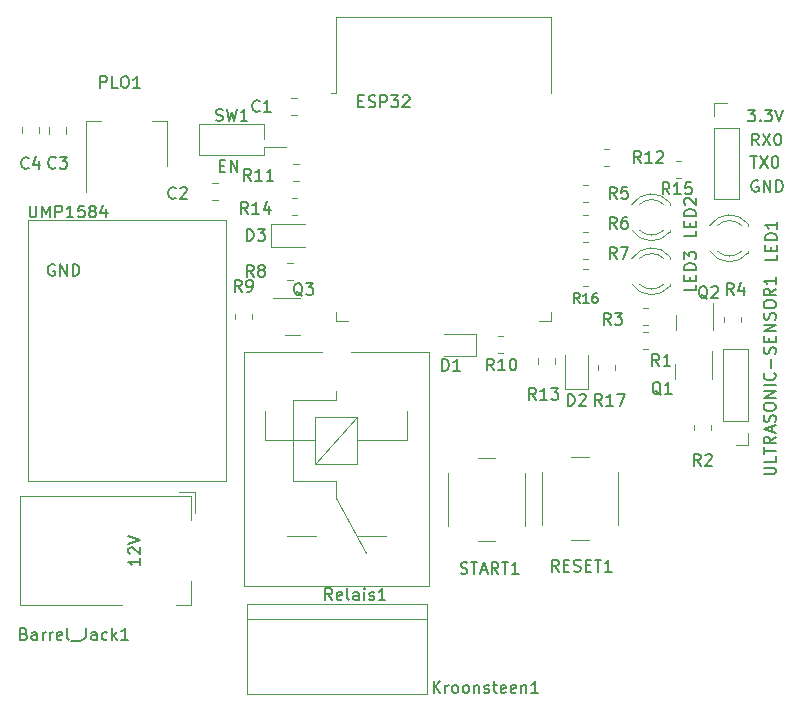
<source format=gbr>
%TF.GenerationSoftware,KiCad,Pcbnew,7.0.1*%
%TF.CreationDate,2023-03-21T16:37:51+01:00*%
%TF.ProjectId,pcb_morse,7063625f-6d6f-4727-9365-2e6b69636164,rev?*%
%TF.SameCoordinates,Original*%
%TF.FileFunction,Legend,Top*%
%TF.FilePolarity,Positive*%
%FSLAX46Y46*%
G04 Gerber Fmt 4.6, Leading zero omitted, Abs format (unit mm)*
G04 Created by KiCad (PCBNEW 7.0.1) date 2023-03-21 16:37:51*
%MOMM*%
%LPD*%
G01*
G04 APERTURE LIST*
%ADD10C,0.150000*%
%ADD11C,0.120000*%
G04 APERTURE END LIST*
D10*
X39252619Y-78663095D02*
X39252619Y-79234523D01*
X39252619Y-78948809D02*
X38252619Y-78948809D01*
X38252619Y-78948809D02*
X38395476Y-79044047D01*
X38395476Y-79044047D02*
X38490714Y-79139285D01*
X38490714Y-79139285D02*
X38538333Y-79234523D01*
X38347857Y-78282142D02*
X38300238Y-78234523D01*
X38300238Y-78234523D02*
X38252619Y-78139285D01*
X38252619Y-78139285D02*
X38252619Y-77901190D01*
X38252619Y-77901190D02*
X38300238Y-77805952D01*
X38300238Y-77805952D02*
X38347857Y-77758333D01*
X38347857Y-77758333D02*
X38443095Y-77710714D01*
X38443095Y-77710714D02*
X38538333Y-77710714D01*
X38538333Y-77710714D02*
X38681190Y-77758333D01*
X38681190Y-77758333D02*
X39252619Y-78329761D01*
X39252619Y-78329761D02*
X39252619Y-77710714D01*
X38252619Y-77424999D02*
X39252619Y-77091666D01*
X39252619Y-77091666D02*
X38252619Y-76758333D01*
X90900238Y-44597619D02*
X91471666Y-44597619D01*
X91185952Y-45597619D02*
X91185952Y-44597619D01*
X91709762Y-44597619D02*
X92376428Y-45597619D01*
X92376428Y-44597619D02*
X91709762Y-45597619D01*
X92947857Y-44597619D02*
X93043095Y-44597619D01*
X93043095Y-44597619D02*
X93138333Y-44645238D01*
X93138333Y-44645238D02*
X93185952Y-44692857D01*
X93185952Y-44692857D02*
X93233571Y-44788095D01*
X93233571Y-44788095D02*
X93281190Y-44978571D01*
X93281190Y-44978571D02*
X93281190Y-45216666D01*
X93281190Y-45216666D02*
X93233571Y-45407142D01*
X93233571Y-45407142D02*
X93185952Y-45502380D01*
X93185952Y-45502380D02*
X93138333Y-45550000D01*
X93138333Y-45550000D02*
X93043095Y-45597619D01*
X93043095Y-45597619D02*
X92947857Y-45597619D01*
X92947857Y-45597619D02*
X92852619Y-45550000D01*
X92852619Y-45550000D02*
X92805000Y-45502380D01*
X92805000Y-45502380D02*
X92757381Y-45407142D01*
X92757381Y-45407142D02*
X92709762Y-45216666D01*
X92709762Y-45216666D02*
X92709762Y-44978571D01*
X92709762Y-44978571D02*
X92757381Y-44788095D01*
X92757381Y-44788095D02*
X92805000Y-44692857D01*
X92805000Y-44692857D02*
X92852619Y-44645238D01*
X92852619Y-44645238D02*
X92947857Y-44597619D01*
X91566904Y-46677238D02*
X91471666Y-46629619D01*
X91471666Y-46629619D02*
X91328809Y-46629619D01*
X91328809Y-46629619D02*
X91185952Y-46677238D01*
X91185952Y-46677238D02*
X91090714Y-46772476D01*
X91090714Y-46772476D02*
X91043095Y-46867714D01*
X91043095Y-46867714D02*
X90995476Y-47058190D01*
X90995476Y-47058190D02*
X90995476Y-47201047D01*
X90995476Y-47201047D02*
X91043095Y-47391523D01*
X91043095Y-47391523D02*
X91090714Y-47486761D01*
X91090714Y-47486761D02*
X91185952Y-47582000D01*
X91185952Y-47582000D02*
X91328809Y-47629619D01*
X91328809Y-47629619D02*
X91424047Y-47629619D01*
X91424047Y-47629619D02*
X91566904Y-47582000D01*
X91566904Y-47582000D02*
X91614523Y-47534380D01*
X91614523Y-47534380D02*
X91614523Y-47201047D01*
X91614523Y-47201047D02*
X91424047Y-47201047D01*
X92043095Y-47629619D02*
X92043095Y-46629619D01*
X92043095Y-46629619D02*
X92614523Y-47629619D01*
X92614523Y-47629619D02*
X92614523Y-46629619D01*
X93090714Y-47629619D02*
X93090714Y-46629619D01*
X93090714Y-46629619D02*
X93328809Y-46629619D01*
X93328809Y-46629619D02*
X93471666Y-46677238D01*
X93471666Y-46677238D02*
X93566904Y-46772476D01*
X93566904Y-46772476D02*
X93614523Y-46867714D01*
X93614523Y-46867714D02*
X93662142Y-47058190D01*
X93662142Y-47058190D02*
X93662142Y-47201047D01*
X93662142Y-47201047D02*
X93614523Y-47391523D01*
X93614523Y-47391523D02*
X93566904Y-47486761D01*
X93566904Y-47486761D02*
X93471666Y-47582000D01*
X93471666Y-47582000D02*
X93328809Y-47629619D01*
X93328809Y-47629619D02*
X93090714Y-47629619D01*
X91614523Y-43692619D02*
X91281190Y-43216428D01*
X91043095Y-43692619D02*
X91043095Y-42692619D01*
X91043095Y-42692619D02*
X91424047Y-42692619D01*
X91424047Y-42692619D02*
X91519285Y-42740238D01*
X91519285Y-42740238D02*
X91566904Y-42787857D01*
X91566904Y-42787857D02*
X91614523Y-42883095D01*
X91614523Y-42883095D02*
X91614523Y-43025952D01*
X91614523Y-43025952D02*
X91566904Y-43121190D01*
X91566904Y-43121190D02*
X91519285Y-43168809D01*
X91519285Y-43168809D02*
X91424047Y-43216428D01*
X91424047Y-43216428D02*
X91043095Y-43216428D01*
X91947857Y-42692619D02*
X92614523Y-43692619D01*
X92614523Y-42692619D02*
X91947857Y-43692619D01*
X93185952Y-42692619D02*
X93281190Y-42692619D01*
X93281190Y-42692619D02*
X93376428Y-42740238D01*
X93376428Y-42740238D02*
X93424047Y-42787857D01*
X93424047Y-42787857D02*
X93471666Y-42883095D01*
X93471666Y-42883095D02*
X93519285Y-43073571D01*
X93519285Y-43073571D02*
X93519285Y-43311666D01*
X93519285Y-43311666D02*
X93471666Y-43502142D01*
X93471666Y-43502142D02*
X93424047Y-43597380D01*
X93424047Y-43597380D02*
X93376428Y-43645000D01*
X93376428Y-43645000D02*
X93281190Y-43692619D01*
X93281190Y-43692619D02*
X93185952Y-43692619D01*
X93185952Y-43692619D02*
X93090714Y-43645000D01*
X93090714Y-43645000D02*
X93043095Y-43597380D01*
X93043095Y-43597380D02*
X92995476Y-43502142D01*
X92995476Y-43502142D02*
X92947857Y-43311666D01*
X92947857Y-43311666D02*
X92947857Y-43073571D01*
X92947857Y-43073571D02*
X92995476Y-42883095D01*
X92995476Y-42883095D02*
X93043095Y-42787857D01*
X93043095Y-42787857D02*
X93090714Y-42740238D01*
X93090714Y-42740238D02*
X93185952Y-42692619D01*
X90693857Y-40660619D02*
X91312904Y-40660619D01*
X91312904Y-40660619D02*
X90979571Y-41041571D01*
X90979571Y-41041571D02*
X91122428Y-41041571D01*
X91122428Y-41041571D02*
X91217666Y-41089190D01*
X91217666Y-41089190D02*
X91265285Y-41136809D01*
X91265285Y-41136809D02*
X91312904Y-41232047D01*
X91312904Y-41232047D02*
X91312904Y-41470142D01*
X91312904Y-41470142D02*
X91265285Y-41565380D01*
X91265285Y-41565380D02*
X91217666Y-41613000D01*
X91217666Y-41613000D02*
X91122428Y-41660619D01*
X91122428Y-41660619D02*
X90836714Y-41660619D01*
X90836714Y-41660619D02*
X90741476Y-41613000D01*
X90741476Y-41613000D02*
X90693857Y-41565380D01*
X91741476Y-41565380D02*
X91789095Y-41613000D01*
X91789095Y-41613000D02*
X91741476Y-41660619D01*
X91741476Y-41660619D02*
X91693857Y-41613000D01*
X91693857Y-41613000D02*
X91741476Y-41565380D01*
X91741476Y-41565380D02*
X91741476Y-41660619D01*
X92122428Y-40660619D02*
X92741475Y-40660619D01*
X92741475Y-40660619D02*
X92408142Y-41041571D01*
X92408142Y-41041571D02*
X92550999Y-41041571D01*
X92550999Y-41041571D02*
X92646237Y-41089190D01*
X92646237Y-41089190D02*
X92693856Y-41136809D01*
X92693856Y-41136809D02*
X92741475Y-41232047D01*
X92741475Y-41232047D02*
X92741475Y-41470142D01*
X92741475Y-41470142D02*
X92693856Y-41565380D01*
X92693856Y-41565380D02*
X92646237Y-41613000D01*
X92646237Y-41613000D02*
X92550999Y-41660619D01*
X92550999Y-41660619D02*
X92265285Y-41660619D01*
X92265285Y-41660619D02*
X92170047Y-41613000D01*
X92170047Y-41613000D02*
X92122428Y-41565380D01*
X93027190Y-40660619D02*
X93360523Y-41660619D01*
X93360523Y-41660619D02*
X93693856Y-40660619D01*
X32003904Y-53789238D02*
X31908666Y-53741619D01*
X31908666Y-53741619D02*
X31765809Y-53741619D01*
X31765809Y-53741619D02*
X31622952Y-53789238D01*
X31622952Y-53789238D02*
X31527714Y-53884476D01*
X31527714Y-53884476D02*
X31480095Y-53979714D01*
X31480095Y-53979714D02*
X31432476Y-54170190D01*
X31432476Y-54170190D02*
X31432476Y-54313047D01*
X31432476Y-54313047D02*
X31480095Y-54503523D01*
X31480095Y-54503523D02*
X31527714Y-54598761D01*
X31527714Y-54598761D02*
X31622952Y-54694000D01*
X31622952Y-54694000D02*
X31765809Y-54741619D01*
X31765809Y-54741619D02*
X31861047Y-54741619D01*
X31861047Y-54741619D02*
X32003904Y-54694000D01*
X32003904Y-54694000D02*
X32051523Y-54646380D01*
X32051523Y-54646380D02*
X32051523Y-54313047D01*
X32051523Y-54313047D02*
X31861047Y-54313047D01*
X32480095Y-54741619D02*
X32480095Y-53741619D01*
X32480095Y-53741619D02*
X33051523Y-54741619D01*
X33051523Y-54741619D02*
X33051523Y-53741619D01*
X33527714Y-54741619D02*
X33527714Y-53741619D01*
X33527714Y-53741619D02*
X33765809Y-53741619D01*
X33765809Y-53741619D02*
X33908666Y-53789238D01*
X33908666Y-53789238D02*
X34003904Y-53884476D01*
X34003904Y-53884476D02*
X34051523Y-53979714D01*
X34051523Y-53979714D02*
X34099142Y-54170190D01*
X34099142Y-54170190D02*
X34099142Y-54313047D01*
X34099142Y-54313047D02*
X34051523Y-54503523D01*
X34051523Y-54503523D02*
X34003904Y-54598761D01*
X34003904Y-54598761D02*
X33908666Y-54694000D01*
X33908666Y-54694000D02*
X33765809Y-54741619D01*
X33765809Y-54741619D02*
X33527714Y-54741619D01*
%TO.C,ESP32*%
X57732143Y-39938809D02*
X58065476Y-39938809D01*
X58208333Y-40462619D02*
X57732143Y-40462619D01*
X57732143Y-40462619D02*
X57732143Y-39462619D01*
X57732143Y-39462619D02*
X58208333Y-39462619D01*
X58589286Y-40415000D02*
X58732143Y-40462619D01*
X58732143Y-40462619D02*
X58970238Y-40462619D01*
X58970238Y-40462619D02*
X59065476Y-40415000D01*
X59065476Y-40415000D02*
X59113095Y-40367380D01*
X59113095Y-40367380D02*
X59160714Y-40272142D01*
X59160714Y-40272142D02*
X59160714Y-40176904D01*
X59160714Y-40176904D02*
X59113095Y-40081666D01*
X59113095Y-40081666D02*
X59065476Y-40034047D01*
X59065476Y-40034047D02*
X58970238Y-39986428D01*
X58970238Y-39986428D02*
X58779762Y-39938809D01*
X58779762Y-39938809D02*
X58684524Y-39891190D01*
X58684524Y-39891190D02*
X58636905Y-39843571D01*
X58636905Y-39843571D02*
X58589286Y-39748333D01*
X58589286Y-39748333D02*
X58589286Y-39653095D01*
X58589286Y-39653095D02*
X58636905Y-39557857D01*
X58636905Y-39557857D02*
X58684524Y-39510238D01*
X58684524Y-39510238D02*
X58779762Y-39462619D01*
X58779762Y-39462619D02*
X59017857Y-39462619D01*
X59017857Y-39462619D02*
X59160714Y-39510238D01*
X59589286Y-40462619D02*
X59589286Y-39462619D01*
X59589286Y-39462619D02*
X59970238Y-39462619D01*
X59970238Y-39462619D02*
X60065476Y-39510238D01*
X60065476Y-39510238D02*
X60113095Y-39557857D01*
X60113095Y-39557857D02*
X60160714Y-39653095D01*
X60160714Y-39653095D02*
X60160714Y-39795952D01*
X60160714Y-39795952D02*
X60113095Y-39891190D01*
X60113095Y-39891190D02*
X60065476Y-39938809D01*
X60065476Y-39938809D02*
X59970238Y-39986428D01*
X59970238Y-39986428D02*
X59589286Y-39986428D01*
X60494048Y-39462619D02*
X61113095Y-39462619D01*
X61113095Y-39462619D02*
X60779762Y-39843571D01*
X60779762Y-39843571D02*
X60922619Y-39843571D01*
X60922619Y-39843571D02*
X61017857Y-39891190D01*
X61017857Y-39891190D02*
X61065476Y-39938809D01*
X61065476Y-39938809D02*
X61113095Y-40034047D01*
X61113095Y-40034047D02*
X61113095Y-40272142D01*
X61113095Y-40272142D02*
X61065476Y-40367380D01*
X61065476Y-40367380D02*
X61017857Y-40415000D01*
X61017857Y-40415000D02*
X60922619Y-40462619D01*
X60922619Y-40462619D02*
X60636905Y-40462619D01*
X60636905Y-40462619D02*
X60541667Y-40415000D01*
X60541667Y-40415000D02*
X60494048Y-40367380D01*
X61494048Y-39557857D02*
X61541667Y-39510238D01*
X61541667Y-39510238D02*
X61636905Y-39462619D01*
X61636905Y-39462619D02*
X61875000Y-39462619D01*
X61875000Y-39462619D02*
X61970238Y-39510238D01*
X61970238Y-39510238D02*
X62017857Y-39557857D01*
X62017857Y-39557857D02*
X62065476Y-39653095D01*
X62065476Y-39653095D02*
X62065476Y-39748333D01*
X62065476Y-39748333D02*
X62017857Y-39891190D01*
X62017857Y-39891190D02*
X61446429Y-40462619D01*
X61446429Y-40462619D02*
X62065476Y-40462619D01*
%TO.C,C2*%
X42251333Y-48119380D02*
X42203714Y-48167000D01*
X42203714Y-48167000D02*
X42060857Y-48214619D01*
X42060857Y-48214619D02*
X41965619Y-48214619D01*
X41965619Y-48214619D02*
X41822762Y-48167000D01*
X41822762Y-48167000D02*
X41727524Y-48071761D01*
X41727524Y-48071761D02*
X41679905Y-47976523D01*
X41679905Y-47976523D02*
X41632286Y-47786047D01*
X41632286Y-47786047D02*
X41632286Y-47643190D01*
X41632286Y-47643190D02*
X41679905Y-47452714D01*
X41679905Y-47452714D02*
X41727524Y-47357476D01*
X41727524Y-47357476D02*
X41822762Y-47262238D01*
X41822762Y-47262238D02*
X41965619Y-47214619D01*
X41965619Y-47214619D02*
X42060857Y-47214619D01*
X42060857Y-47214619D02*
X42203714Y-47262238D01*
X42203714Y-47262238D02*
X42251333Y-47309857D01*
X42632286Y-47309857D02*
X42679905Y-47262238D01*
X42679905Y-47262238D02*
X42775143Y-47214619D01*
X42775143Y-47214619D02*
X43013238Y-47214619D01*
X43013238Y-47214619D02*
X43108476Y-47262238D01*
X43108476Y-47262238D02*
X43156095Y-47309857D01*
X43156095Y-47309857D02*
X43203714Y-47405095D01*
X43203714Y-47405095D02*
X43203714Y-47500333D01*
X43203714Y-47500333D02*
X43156095Y-47643190D01*
X43156095Y-47643190D02*
X42584667Y-48214619D01*
X42584667Y-48214619D02*
X43203714Y-48214619D01*
%TO.C,UMP1584*%
X29888095Y-48787619D02*
X29888095Y-49597142D01*
X29888095Y-49597142D02*
X29935714Y-49692380D01*
X29935714Y-49692380D02*
X29983333Y-49740000D01*
X29983333Y-49740000D02*
X30078571Y-49787619D01*
X30078571Y-49787619D02*
X30269047Y-49787619D01*
X30269047Y-49787619D02*
X30364285Y-49740000D01*
X30364285Y-49740000D02*
X30411904Y-49692380D01*
X30411904Y-49692380D02*
X30459523Y-49597142D01*
X30459523Y-49597142D02*
X30459523Y-48787619D01*
X30935714Y-49787619D02*
X30935714Y-48787619D01*
X30935714Y-48787619D02*
X31269047Y-49501904D01*
X31269047Y-49501904D02*
X31602380Y-48787619D01*
X31602380Y-48787619D02*
X31602380Y-49787619D01*
X32078571Y-49787619D02*
X32078571Y-48787619D01*
X32078571Y-48787619D02*
X32459523Y-48787619D01*
X32459523Y-48787619D02*
X32554761Y-48835238D01*
X32554761Y-48835238D02*
X32602380Y-48882857D01*
X32602380Y-48882857D02*
X32649999Y-48978095D01*
X32649999Y-48978095D02*
X32649999Y-49120952D01*
X32649999Y-49120952D02*
X32602380Y-49216190D01*
X32602380Y-49216190D02*
X32554761Y-49263809D01*
X32554761Y-49263809D02*
X32459523Y-49311428D01*
X32459523Y-49311428D02*
X32078571Y-49311428D01*
X33602380Y-49787619D02*
X33030952Y-49787619D01*
X33316666Y-49787619D02*
X33316666Y-48787619D01*
X33316666Y-48787619D02*
X33221428Y-48930476D01*
X33221428Y-48930476D02*
X33126190Y-49025714D01*
X33126190Y-49025714D02*
X33030952Y-49073333D01*
X34507142Y-48787619D02*
X34030952Y-48787619D01*
X34030952Y-48787619D02*
X33983333Y-49263809D01*
X33983333Y-49263809D02*
X34030952Y-49216190D01*
X34030952Y-49216190D02*
X34126190Y-49168571D01*
X34126190Y-49168571D02*
X34364285Y-49168571D01*
X34364285Y-49168571D02*
X34459523Y-49216190D01*
X34459523Y-49216190D02*
X34507142Y-49263809D01*
X34507142Y-49263809D02*
X34554761Y-49359047D01*
X34554761Y-49359047D02*
X34554761Y-49597142D01*
X34554761Y-49597142D02*
X34507142Y-49692380D01*
X34507142Y-49692380D02*
X34459523Y-49740000D01*
X34459523Y-49740000D02*
X34364285Y-49787619D01*
X34364285Y-49787619D02*
X34126190Y-49787619D01*
X34126190Y-49787619D02*
X34030952Y-49740000D01*
X34030952Y-49740000D02*
X33983333Y-49692380D01*
X35126190Y-49216190D02*
X35030952Y-49168571D01*
X35030952Y-49168571D02*
X34983333Y-49120952D01*
X34983333Y-49120952D02*
X34935714Y-49025714D01*
X34935714Y-49025714D02*
X34935714Y-48978095D01*
X34935714Y-48978095D02*
X34983333Y-48882857D01*
X34983333Y-48882857D02*
X35030952Y-48835238D01*
X35030952Y-48835238D02*
X35126190Y-48787619D01*
X35126190Y-48787619D02*
X35316666Y-48787619D01*
X35316666Y-48787619D02*
X35411904Y-48835238D01*
X35411904Y-48835238D02*
X35459523Y-48882857D01*
X35459523Y-48882857D02*
X35507142Y-48978095D01*
X35507142Y-48978095D02*
X35507142Y-49025714D01*
X35507142Y-49025714D02*
X35459523Y-49120952D01*
X35459523Y-49120952D02*
X35411904Y-49168571D01*
X35411904Y-49168571D02*
X35316666Y-49216190D01*
X35316666Y-49216190D02*
X35126190Y-49216190D01*
X35126190Y-49216190D02*
X35030952Y-49263809D01*
X35030952Y-49263809D02*
X34983333Y-49311428D01*
X34983333Y-49311428D02*
X34935714Y-49406666D01*
X34935714Y-49406666D02*
X34935714Y-49597142D01*
X34935714Y-49597142D02*
X34983333Y-49692380D01*
X34983333Y-49692380D02*
X35030952Y-49740000D01*
X35030952Y-49740000D02*
X35126190Y-49787619D01*
X35126190Y-49787619D02*
X35316666Y-49787619D01*
X35316666Y-49787619D02*
X35411904Y-49740000D01*
X35411904Y-49740000D02*
X35459523Y-49692380D01*
X35459523Y-49692380D02*
X35507142Y-49597142D01*
X35507142Y-49597142D02*
X35507142Y-49406666D01*
X35507142Y-49406666D02*
X35459523Y-49311428D01*
X35459523Y-49311428D02*
X35411904Y-49263809D01*
X35411904Y-49263809D02*
X35316666Y-49216190D01*
X36364285Y-49120952D02*
X36364285Y-49787619D01*
X36126190Y-48740000D02*
X35888095Y-49454285D01*
X35888095Y-49454285D02*
X36507142Y-49454285D01*
%TO.C,PLO1*%
X35858333Y-38837619D02*
X35858333Y-37837619D01*
X35858333Y-37837619D02*
X36239285Y-37837619D01*
X36239285Y-37837619D02*
X36334523Y-37885238D01*
X36334523Y-37885238D02*
X36382142Y-37932857D01*
X36382142Y-37932857D02*
X36429761Y-38028095D01*
X36429761Y-38028095D02*
X36429761Y-38170952D01*
X36429761Y-38170952D02*
X36382142Y-38266190D01*
X36382142Y-38266190D02*
X36334523Y-38313809D01*
X36334523Y-38313809D02*
X36239285Y-38361428D01*
X36239285Y-38361428D02*
X35858333Y-38361428D01*
X37334523Y-38837619D02*
X36858333Y-38837619D01*
X36858333Y-38837619D02*
X36858333Y-37837619D01*
X37858333Y-37837619D02*
X38048809Y-37837619D01*
X38048809Y-37837619D02*
X38144047Y-37885238D01*
X38144047Y-37885238D02*
X38239285Y-37980476D01*
X38239285Y-37980476D02*
X38286904Y-38170952D01*
X38286904Y-38170952D02*
X38286904Y-38504285D01*
X38286904Y-38504285D02*
X38239285Y-38694761D01*
X38239285Y-38694761D02*
X38144047Y-38790000D01*
X38144047Y-38790000D02*
X38048809Y-38837619D01*
X38048809Y-38837619D02*
X37858333Y-38837619D01*
X37858333Y-38837619D02*
X37763095Y-38790000D01*
X37763095Y-38790000D02*
X37667857Y-38694761D01*
X37667857Y-38694761D02*
X37620238Y-38504285D01*
X37620238Y-38504285D02*
X37620238Y-38170952D01*
X37620238Y-38170952D02*
X37667857Y-37980476D01*
X37667857Y-37980476D02*
X37763095Y-37885238D01*
X37763095Y-37885238D02*
X37858333Y-37837619D01*
X39239285Y-38837619D02*
X38667857Y-38837619D01*
X38953571Y-38837619D02*
X38953571Y-37837619D01*
X38953571Y-37837619D02*
X38858333Y-37980476D01*
X38858333Y-37980476D02*
X38763095Y-38075714D01*
X38763095Y-38075714D02*
X38667857Y-38123333D01*
%TO.C,LED1*%
X93172619Y-52935047D02*
X93172619Y-53411237D01*
X93172619Y-53411237D02*
X92172619Y-53411237D01*
X92648809Y-52601713D02*
X92648809Y-52268380D01*
X93172619Y-52125523D02*
X93172619Y-52601713D01*
X93172619Y-52601713D02*
X92172619Y-52601713D01*
X92172619Y-52601713D02*
X92172619Y-52125523D01*
X93172619Y-51696951D02*
X92172619Y-51696951D01*
X92172619Y-51696951D02*
X92172619Y-51458856D01*
X92172619Y-51458856D02*
X92220238Y-51315999D01*
X92220238Y-51315999D02*
X92315476Y-51220761D01*
X92315476Y-51220761D02*
X92410714Y-51173142D01*
X92410714Y-51173142D02*
X92601190Y-51125523D01*
X92601190Y-51125523D02*
X92744047Y-51125523D01*
X92744047Y-51125523D02*
X92934523Y-51173142D01*
X92934523Y-51173142D02*
X93029761Y-51220761D01*
X93029761Y-51220761D02*
X93125000Y-51315999D01*
X93125000Y-51315999D02*
X93172619Y-51458856D01*
X93172619Y-51458856D02*
X93172619Y-51696951D01*
X93172619Y-50173142D02*
X93172619Y-50744570D01*
X93172619Y-50458856D02*
X92172619Y-50458856D01*
X92172619Y-50458856D02*
X92315476Y-50554094D01*
X92315476Y-50554094D02*
X92410714Y-50649332D01*
X92410714Y-50649332D02*
X92458333Y-50744570D01*
%TO.C,R1*%
X83183333Y-62362619D02*
X82850000Y-61886428D01*
X82611905Y-62362619D02*
X82611905Y-61362619D01*
X82611905Y-61362619D02*
X82992857Y-61362619D01*
X82992857Y-61362619D02*
X83088095Y-61410238D01*
X83088095Y-61410238D02*
X83135714Y-61457857D01*
X83135714Y-61457857D02*
X83183333Y-61553095D01*
X83183333Y-61553095D02*
X83183333Y-61695952D01*
X83183333Y-61695952D02*
X83135714Y-61791190D01*
X83135714Y-61791190D02*
X83088095Y-61838809D01*
X83088095Y-61838809D02*
X82992857Y-61886428D01*
X82992857Y-61886428D02*
X82611905Y-61886428D01*
X84135714Y-62362619D02*
X83564286Y-62362619D01*
X83850000Y-62362619D02*
X83850000Y-61362619D01*
X83850000Y-61362619D02*
X83754762Y-61505476D01*
X83754762Y-61505476D02*
X83659524Y-61600714D01*
X83659524Y-61600714D02*
X83564286Y-61648333D01*
%TO.C,Kroonsteen1*%
X64095237Y-90062619D02*
X64095237Y-89062619D01*
X64666665Y-90062619D02*
X64238094Y-89491190D01*
X64666665Y-89062619D02*
X64095237Y-89634047D01*
X65095237Y-90062619D02*
X65095237Y-89395952D01*
X65095237Y-89586428D02*
X65142856Y-89491190D01*
X65142856Y-89491190D02*
X65190475Y-89443571D01*
X65190475Y-89443571D02*
X65285713Y-89395952D01*
X65285713Y-89395952D02*
X65380951Y-89395952D01*
X65857142Y-90062619D02*
X65761904Y-90015000D01*
X65761904Y-90015000D02*
X65714285Y-89967380D01*
X65714285Y-89967380D02*
X65666666Y-89872142D01*
X65666666Y-89872142D02*
X65666666Y-89586428D01*
X65666666Y-89586428D02*
X65714285Y-89491190D01*
X65714285Y-89491190D02*
X65761904Y-89443571D01*
X65761904Y-89443571D02*
X65857142Y-89395952D01*
X65857142Y-89395952D02*
X65999999Y-89395952D01*
X65999999Y-89395952D02*
X66095237Y-89443571D01*
X66095237Y-89443571D02*
X66142856Y-89491190D01*
X66142856Y-89491190D02*
X66190475Y-89586428D01*
X66190475Y-89586428D02*
X66190475Y-89872142D01*
X66190475Y-89872142D02*
X66142856Y-89967380D01*
X66142856Y-89967380D02*
X66095237Y-90015000D01*
X66095237Y-90015000D02*
X65999999Y-90062619D01*
X65999999Y-90062619D02*
X65857142Y-90062619D01*
X66761904Y-90062619D02*
X66666666Y-90015000D01*
X66666666Y-90015000D02*
X66619047Y-89967380D01*
X66619047Y-89967380D02*
X66571428Y-89872142D01*
X66571428Y-89872142D02*
X66571428Y-89586428D01*
X66571428Y-89586428D02*
X66619047Y-89491190D01*
X66619047Y-89491190D02*
X66666666Y-89443571D01*
X66666666Y-89443571D02*
X66761904Y-89395952D01*
X66761904Y-89395952D02*
X66904761Y-89395952D01*
X66904761Y-89395952D02*
X66999999Y-89443571D01*
X66999999Y-89443571D02*
X67047618Y-89491190D01*
X67047618Y-89491190D02*
X67095237Y-89586428D01*
X67095237Y-89586428D02*
X67095237Y-89872142D01*
X67095237Y-89872142D02*
X67047618Y-89967380D01*
X67047618Y-89967380D02*
X66999999Y-90015000D01*
X66999999Y-90015000D02*
X66904761Y-90062619D01*
X66904761Y-90062619D02*
X66761904Y-90062619D01*
X67523809Y-89395952D02*
X67523809Y-90062619D01*
X67523809Y-89491190D02*
X67571428Y-89443571D01*
X67571428Y-89443571D02*
X67666666Y-89395952D01*
X67666666Y-89395952D02*
X67809523Y-89395952D01*
X67809523Y-89395952D02*
X67904761Y-89443571D01*
X67904761Y-89443571D02*
X67952380Y-89538809D01*
X67952380Y-89538809D02*
X67952380Y-90062619D01*
X68380952Y-90015000D02*
X68476190Y-90062619D01*
X68476190Y-90062619D02*
X68666666Y-90062619D01*
X68666666Y-90062619D02*
X68761904Y-90015000D01*
X68761904Y-90015000D02*
X68809523Y-89919761D01*
X68809523Y-89919761D02*
X68809523Y-89872142D01*
X68809523Y-89872142D02*
X68761904Y-89776904D01*
X68761904Y-89776904D02*
X68666666Y-89729285D01*
X68666666Y-89729285D02*
X68523809Y-89729285D01*
X68523809Y-89729285D02*
X68428571Y-89681666D01*
X68428571Y-89681666D02*
X68380952Y-89586428D01*
X68380952Y-89586428D02*
X68380952Y-89538809D01*
X68380952Y-89538809D02*
X68428571Y-89443571D01*
X68428571Y-89443571D02*
X68523809Y-89395952D01*
X68523809Y-89395952D02*
X68666666Y-89395952D01*
X68666666Y-89395952D02*
X68761904Y-89443571D01*
X69095238Y-89395952D02*
X69476190Y-89395952D01*
X69238095Y-89062619D02*
X69238095Y-89919761D01*
X69238095Y-89919761D02*
X69285714Y-90015000D01*
X69285714Y-90015000D02*
X69380952Y-90062619D01*
X69380952Y-90062619D02*
X69476190Y-90062619D01*
X70190476Y-90015000D02*
X70095238Y-90062619D01*
X70095238Y-90062619D02*
X69904762Y-90062619D01*
X69904762Y-90062619D02*
X69809524Y-90015000D01*
X69809524Y-90015000D02*
X69761905Y-89919761D01*
X69761905Y-89919761D02*
X69761905Y-89538809D01*
X69761905Y-89538809D02*
X69809524Y-89443571D01*
X69809524Y-89443571D02*
X69904762Y-89395952D01*
X69904762Y-89395952D02*
X70095238Y-89395952D01*
X70095238Y-89395952D02*
X70190476Y-89443571D01*
X70190476Y-89443571D02*
X70238095Y-89538809D01*
X70238095Y-89538809D02*
X70238095Y-89634047D01*
X70238095Y-89634047D02*
X69761905Y-89729285D01*
X71047619Y-90015000D02*
X70952381Y-90062619D01*
X70952381Y-90062619D02*
X70761905Y-90062619D01*
X70761905Y-90062619D02*
X70666667Y-90015000D01*
X70666667Y-90015000D02*
X70619048Y-89919761D01*
X70619048Y-89919761D02*
X70619048Y-89538809D01*
X70619048Y-89538809D02*
X70666667Y-89443571D01*
X70666667Y-89443571D02*
X70761905Y-89395952D01*
X70761905Y-89395952D02*
X70952381Y-89395952D01*
X70952381Y-89395952D02*
X71047619Y-89443571D01*
X71047619Y-89443571D02*
X71095238Y-89538809D01*
X71095238Y-89538809D02*
X71095238Y-89634047D01*
X71095238Y-89634047D02*
X70619048Y-89729285D01*
X71523810Y-89395952D02*
X71523810Y-90062619D01*
X71523810Y-89491190D02*
X71571429Y-89443571D01*
X71571429Y-89443571D02*
X71666667Y-89395952D01*
X71666667Y-89395952D02*
X71809524Y-89395952D01*
X71809524Y-89395952D02*
X71904762Y-89443571D01*
X71904762Y-89443571D02*
X71952381Y-89538809D01*
X71952381Y-89538809D02*
X71952381Y-90062619D01*
X72952381Y-90062619D02*
X72380953Y-90062619D01*
X72666667Y-90062619D02*
X72666667Y-89062619D01*
X72666667Y-89062619D02*
X72571429Y-89205476D01*
X72571429Y-89205476D02*
X72476191Y-89300714D01*
X72476191Y-89300714D02*
X72380953Y-89348333D01*
%TO.C,R15*%
X84066142Y-47833619D02*
X83732809Y-47357428D01*
X83494714Y-47833619D02*
X83494714Y-46833619D01*
X83494714Y-46833619D02*
X83875666Y-46833619D01*
X83875666Y-46833619D02*
X83970904Y-46881238D01*
X83970904Y-46881238D02*
X84018523Y-46928857D01*
X84018523Y-46928857D02*
X84066142Y-47024095D01*
X84066142Y-47024095D02*
X84066142Y-47166952D01*
X84066142Y-47166952D02*
X84018523Y-47262190D01*
X84018523Y-47262190D02*
X83970904Y-47309809D01*
X83970904Y-47309809D02*
X83875666Y-47357428D01*
X83875666Y-47357428D02*
X83494714Y-47357428D01*
X85018523Y-47833619D02*
X84447095Y-47833619D01*
X84732809Y-47833619D02*
X84732809Y-46833619D01*
X84732809Y-46833619D02*
X84637571Y-46976476D01*
X84637571Y-46976476D02*
X84542333Y-47071714D01*
X84542333Y-47071714D02*
X84447095Y-47119333D01*
X85923285Y-46833619D02*
X85447095Y-46833619D01*
X85447095Y-46833619D02*
X85399476Y-47309809D01*
X85399476Y-47309809D02*
X85447095Y-47262190D01*
X85447095Y-47262190D02*
X85542333Y-47214571D01*
X85542333Y-47214571D02*
X85780428Y-47214571D01*
X85780428Y-47214571D02*
X85875666Y-47262190D01*
X85875666Y-47262190D02*
X85923285Y-47309809D01*
X85923285Y-47309809D02*
X85970904Y-47405047D01*
X85970904Y-47405047D02*
X85970904Y-47643142D01*
X85970904Y-47643142D02*
X85923285Y-47738380D01*
X85923285Y-47738380D02*
X85875666Y-47786000D01*
X85875666Y-47786000D02*
X85780428Y-47833619D01*
X85780428Y-47833619D02*
X85542333Y-47833619D01*
X85542333Y-47833619D02*
X85447095Y-47786000D01*
X85447095Y-47786000D02*
X85399476Y-47738380D01*
%TO.C,R9*%
X47839333Y-56088619D02*
X47506000Y-55612428D01*
X47267905Y-56088619D02*
X47267905Y-55088619D01*
X47267905Y-55088619D02*
X47648857Y-55088619D01*
X47648857Y-55088619D02*
X47744095Y-55136238D01*
X47744095Y-55136238D02*
X47791714Y-55183857D01*
X47791714Y-55183857D02*
X47839333Y-55279095D01*
X47839333Y-55279095D02*
X47839333Y-55421952D01*
X47839333Y-55421952D02*
X47791714Y-55517190D01*
X47791714Y-55517190D02*
X47744095Y-55564809D01*
X47744095Y-55564809D02*
X47648857Y-55612428D01*
X47648857Y-55612428D02*
X47267905Y-55612428D01*
X48315524Y-56088619D02*
X48506000Y-56088619D01*
X48506000Y-56088619D02*
X48601238Y-56041000D01*
X48601238Y-56041000D02*
X48648857Y-55993380D01*
X48648857Y-55993380D02*
X48744095Y-55850523D01*
X48744095Y-55850523D02*
X48791714Y-55660047D01*
X48791714Y-55660047D02*
X48791714Y-55279095D01*
X48791714Y-55279095D02*
X48744095Y-55183857D01*
X48744095Y-55183857D02*
X48696476Y-55136238D01*
X48696476Y-55136238D02*
X48601238Y-55088619D01*
X48601238Y-55088619D02*
X48410762Y-55088619D01*
X48410762Y-55088619D02*
X48315524Y-55136238D01*
X48315524Y-55136238D02*
X48267905Y-55183857D01*
X48267905Y-55183857D02*
X48220286Y-55279095D01*
X48220286Y-55279095D02*
X48220286Y-55517190D01*
X48220286Y-55517190D02*
X48267905Y-55612428D01*
X48267905Y-55612428D02*
X48315524Y-55660047D01*
X48315524Y-55660047D02*
X48410762Y-55707666D01*
X48410762Y-55707666D02*
X48601238Y-55707666D01*
X48601238Y-55707666D02*
X48696476Y-55660047D01*
X48696476Y-55660047D02*
X48744095Y-55612428D01*
X48744095Y-55612428D02*
X48791714Y-55517190D01*
%TO.C,SW1*%
X45656667Y-41563000D02*
X45799524Y-41610619D01*
X45799524Y-41610619D02*
X46037619Y-41610619D01*
X46037619Y-41610619D02*
X46132857Y-41563000D01*
X46132857Y-41563000D02*
X46180476Y-41515380D01*
X46180476Y-41515380D02*
X46228095Y-41420142D01*
X46228095Y-41420142D02*
X46228095Y-41324904D01*
X46228095Y-41324904D02*
X46180476Y-41229666D01*
X46180476Y-41229666D02*
X46132857Y-41182047D01*
X46132857Y-41182047D02*
X46037619Y-41134428D01*
X46037619Y-41134428D02*
X45847143Y-41086809D01*
X45847143Y-41086809D02*
X45751905Y-41039190D01*
X45751905Y-41039190D02*
X45704286Y-40991571D01*
X45704286Y-40991571D02*
X45656667Y-40896333D01*
X45656667Y-40896333D02*
X45656667Y-40801095D01*
X45656667Y-40801095D02*
X45704286Y-40705857D01*
X45704286Y-40705857D02*
X45751905Y-40658238D01*
X45751905Y-40658238D02*
X45847143Y-40610619D01*
X45847143Y-40610619D02*
X46085238Y-40610619D01*
X46085238Y-40610619D02*
X46228095Y-40658238D01*
X46561429Y-40610619D02*
X46799524Y-41610619D01*
X46799524Y-41610619D02*
X46990000Y-40896333D01*
X46990000Y-40896333D02*
X47180476Y-41610619D01*
X47180476Y-41610619D02*
X47418572Y-40610619D01*
X48323333Y-41610619D02*
X47751905Y-41610619D01*
X48037619Y-41610619D02*
X48037619Y-40610619D01*
X48037619Y-40610619D02*
X47942381Y-40753476D01*
X47942381Y-40753476D02*
X47847143Y-40848714D01*
X47847143Y-40848714D02*
X47751905Y-40896333D01*
X45997905Y-45404809D02*
X46331238Y-45404809D01*
X46474095Y-45928619D02*
X45997905Y-45928619D01*
X45997905Y-45928619D02*
X45997905Y-44928619D01*
X45997905Y-44928619D02*
X46474095Y-44928619D01*
X46902667Y-45928619D02*
X46902667Y-44928619D01*
X46902667Y-44928619D02*
X47474095Y-45928619D01*
X47474095Y-45928619D02*
X47474095Y-44928619D01*
%TO.C,R2*%
X86701333Y-70820619D02*
X86368000Y-70344428D01*
X86129905Y-70820619D02*
X86129905Y-69820619D01*
X86129905Y-69820619D02*
X86510857Y-69820619D01*
X86510857Y-69820619D02*
X86606095Y-69868238D01*
X86606095Y-69868238D02*
X86653714Y-69915857D01*
X86653714Y-69915857D02*
X86701333Y-70011095D01*
X86701333Y-70011095D02*
X86701333Y-70153952D01*
X86701333Y-70153952D02*
X86653714Y-70249190D01*
X86653714Y-70249190D02*
X86606095Y-70296809D01*
X86606095Y-70296809D02*
X86510857Y-70344428D01*
X86510857Y-70344428D02*
X86129905Y-70344428D01*
X87082286Y-69915857D02*
X87129905Y-69868238D01*
X87129905Y-69868238D02*
X87225143Y-69820619D01*
X87225143Y-69820619D02*
X87463238Y-69820619D01*
X87463238Y-69820619D02*
X87558476Y-69868238D01*
X87558476Y-69868238D02*
X87606095Y-69915857D01*
X87606095Y-69915857D02*
X87653714Y-70011095D01*
X87653714Y-70011095D02*
X87653714Y-70106333D01*
X87653714Y-70106333D02*
X87606095Y-70249190D01*
X87606095Y-70249190D02*
X87034667Y-70820619D01*
X87034667Y-70820619D02*
X87653714Y-70820619D01*
%TO.C,Relais1*%
X55497618Y-82187619D02*
X55164285Y-81711428D01*
X54926190Y-82187619D02*
X54926190Y-81187619D01*
X54926190Y-81187619D02*
X55307142Y-81187619D01*
X55307142Y-81187619D02*
X55402380Y-81235238D01*
X55402380Y-81235238D02*
X55449999Y-81282857D01*
X55449999Y-81282857D02*
X55497618Y-81378095D01*
X55497618Y-81378095D02*
X55497618Y-81520952D01*
X55497618Y-81520952D02*
X55449999Y-81616190D01*
X55449999Y-81616190D02*
X55402380Y-81663809D01*
X55402380Y-81663809D02*
X55307142Y-81711428D01*
X55307142Y-81711428D02*
X54926190Y-81711428D01*
X56307142Y-82140000D02*
X56211904Y-82187619D01*
X56211904Y-82187619D02*
X56021428Y-82187619D01*
X56021428Y-82187619D02*
X55926190Y-82140000D01*
X55926190Y-82140000D02*
X55878571Y-82044761D01*
X55878571Y-82044761D02*
X55878571Y-81663809D01*
X55878571Y-81663809D02*
X55926190Y-81568571D01*
X55926190Y-81568571D02*
X56021428Y-81520952D01*
X56021428Y-81520952D02*
X56211904Y-81520952D01*
X56211904Y-81520952D02*
X56307142Y-81568571D01*
X56307142Y-81568571D02*
X56354761Y-81663809D01*
X56354761Y-81663809D02*
X56354761Y-81759047D01*
X56354761Y-81759047D02*
X55878571Y-81854285D01*
X56926190Y-82187619D02*
X56830952Y-82140000D01*
X56830952Y-82140000D02*
X56783333Y-82044761D01*
X56783333Y-82044761D02*
X56783333Y-81187619D01*
X57735714Y-82187619D02*
X57735714Y-81663809D01*
X57735714Y-81663809D02*
X57688095Y-81568571D01*
X57688095Y-81568571D02*
X57592857Y-81520952D01*
X57592857Y-81520952D02*
X57402381Y-81520952D01*
X57402381Y-81520952D02*
X57307143Y-81568571D01*
X57735714Y-82140000D02*
X57640476Y-82187619D01*
X57640476Y-82187619D02*
X57402381Y-82187619D01*
X57402381Y-82187619D02*
X57307143Y-82140000D01*
X57307143Y-82140000D02*
X57259524Y-82044761D01*
X57259524Y-82044761D02*
X57259524Y-81949523D01*
X57259524Y-81949523D02*
X57307143Y-81854285D01*
X57307143Y-81854285D02*
X57402381Y-81806666D01*
X57402381Y-81806666D02*
X57640476Y-81806666D01*
X57640476Y-81806666D02*
X57735714Y-81759047D01*
X58211905Y-82187619D02*
X58211905Y-81520952D01*
X58211905Y-81187619D02*
X58164286Y-81235238D01*
X58164286Y-81235238D02*
X58211905Y-81282857D01*
X58211905Y-81282857D02*
X58259524Y-81235238D01*
X58259524Y-81235238D02*
X58211905Y-81187619D01*
X58211905Y-81187619D02*
X58211905Y-81282857D01*
X58640476Y-82140000D02*
X58735714Y-82187619D01*
X58735714Y-82187619D02*
X58926190Y-82187619D01*
X58926190Y-82187619D02*
X59021428Y-82140000D01*
X59021428Y-82140000D02*
X59069047Y-82044761D01*
X59069047Y-82044761D02*
X59069047Y-81997142D01*
X59069047Y-81997142D02*
X59021428Y-81901904D01*
X59021428Y-81901904D02*
X58926190Y-81854285D01*
X58926190Y-81854285D02*
X58783333Y-81854285D01*
X58783333Y-81854285D02*
X58688095Y-81806666D01*
X58688095Y-81806666D02*
X58640476Y-81711428D01*
X58640476Y-81711428D02*
X58640476Y-81663809D01*
X58640476Y-81663809D02*
X58688095Y-81568571D01*
X58688095Y-81568571D02*
X58783333Y-81520952D01*
X58783333Y-81520952D02*
X58926190Y-81520952D01*
X58926190Y-81520952D02*
X59021428Y-81568571D01*
X60021428Y-82187619D02*
X59450000Y-82187619D01*
X59735714Y-82187619D02*
X59735714Y-81187619D01*
X59735714Y-81187619D02*
X59640476Y-81330476D01*
X59640476Y-81330476D02*
X59545238Y-81425714D01*
X59545238Y-81425714D02*
X59450000Y-81473333D01*
%TO.C,R5*%
X79589333Y-48214619D02*
X79256000Y-47738428D01*
X79017905Y-48214619D02*
X79017905Y-47214619D01*
X79017905Y-47214619D02*
X79398857Y-47214619D01*
X79398857Y-47214619D02*
X79494095Y-47262238D01*
X79494095Y-47262238D02*
X79541714Y-47309857D01*
X79541714Y-47309857D02*
X79589333Y-47405095D01*
X79589333Y-47405095D02*
X79589333Y-47547952D01*
X79589333Y-47547952D02*
X79541714Y-47643190D01*
X79541714Y-47643190D02*
X79494095Y-47690809D01*
X79494095Y-47690809D02*
X79398857Y-47738428D01*
X79398857Y-47738428D02*
X79017905Y-47738428D01*
X80494095Y-47214619D02*
X80017905Y-47214619D01*
X80017905Y-47214619D02*
X79970286Y-47690809D01*
X79970286Y-47690809D02*
X80017905Y-47643190D01*
X80017905Y-47643190D02*
X80113143Y-47595571D01*
X80113143Y-47595571D02*
X80351238Y-47595571D01*
X80351238Y-47595571D02*
X80446476Y-47643190D01*
X80446476Y-47643190D02*
X80494095Y-47690809D01*
X80494095Y-47690809D02*
X80541714Y-47786047D01*
X80541714Y-47786047D02*
X80541714Y-48024142D01*
X80541714Y-48024142D02*
X80494095Y-48119380D01*
X80494095Y-48119380D02*
X80446476Y-48167000D01*
X80446476Y-48167000D02*
X80351238Y-48214619D01*
X80351238Y-48214619D02*
X80113143Y-48214619D01*
X80113143Y-48214619D02*
X80017905Y-48167000D01*
X80017905Y-48167000D02*
X79970286Y-48119380D01*
%TO.C,START1*%
X66381619Y-79917000D02*
X66524476Y-79964619D01*
X66524476Y-79964619D02*
X66762571Y-79964619D01*
X66762571Y-79964619D02*
X66857809Y-79917000D01*
X66857809Y-79917000D02*
X66905428Y-79869380D01*
X66905428Y-79869380D02*
X66953047Y-79774142D01*
X66953047Y-79774142D02*
X66953047Y-79678904D01*
X66953047Y-79678904D02*
X66905428Y-79583666D01*
X66905428Y-79583666D02*
X66857809Y-79536047D01*
X66857809Y-79536047D02*
X66762571Y-79488428D01*
X66762571Y-79488428D02*
X66572095Y-79440809D01*
X66572095Y-79440809D02*
X66476857Y-79393190D01*
X66476857Y-79393190D02*
X66429238Y-79345571D01*
X66429238Y-79345571D02*
X66381619Y-79250333D01*
X66381619Y-79250333D02*
X66381619Y-79155095D01*
X66381619Y-79155095D02*
X66429238Y-79059857D01*
X66429238Y-79059857D02*
X66476857Y-79012238D01*
X66476857Y-79012238D02*
X66572095Y-78964619D01*
X66572095Y-78964619D02*
X66810190Y-78964619D01*
X66810190Y-78964619D02*
X66953047Y-79012238D01*
X67238762Y-78964619D02*
X67810190Y-78964619D01*
X67524476Y-79964619D02*
X67524476Y-78964619D01*
X68095905Y-79678904D02*
X68572095Y-79678904D01*
X68000667Y-79964619D02*
X68334000Y-78964619D01*
X68334000Y-78964619D02*
X68667333Y-79964619D01*
X69572095Y-79964619D02*
X69238762Y-79488428D01*
X69000667Y-79964619D02*
X69000667Y-78964619D01*
X69000667Y-78964619D02*
X69381619Y-78964619D01*
X69381619Y-78964619D02*
X69476857Y-79012238D01*
X69476857Y-79012238D02*
X69524476Y-79059857D01*
X69524476Y-79059857D02*
X69572095Y-79155095D01*
X69572095Y-79155095D02*
X69572095Y-79297952D01*
X69572095Y-79297952D02*
X69524476Y-79393190D01*
X69524476Y-79393190D02*
X69476857Y-79440809D01*
X69476857Y-79440809D02*
X69381619Y-79488428D01*
X69381619Y-79488428D02*
X69000667Y-79488428D01*
X69857810Y-78964619D02*
X70429238Y-78964619D01*
X70143524Y-79964619D02*
X70143524Y-78964619D01*
X71286381Y-79964619D02*
X70714953Y-79964619D01*
X71000667Y-79964619D02*
X71000667Y-78964619D01*
X71000667Y-78964619D02*
X70905429Y-79107476D01*
X70905429Y-79107476D02*
X70810191Y-79202714D01*
X70810191Y-79202714D02*
X70714953Y-79250333D01*
%TO.C,R3*%
X79081333Y-58882619D02*
X78748000Y-58406428D01*
X78509905Y-58882619D02*
X78509905Y-57882619D01*
X78509905Y-57882619D02*
X78890857Y-57882619D01*
X78890857Y-57882619D02*
X78986095Y-57930238D01*
X78986095Y-57930238D02*
X79033714Y-57977857D01*
X79033714Y-57977857D02*
X79081333Y-58073095D01*
X79081333Y-58073095D02*
X79081333Y-58215952D01*
X79081333Y-58215952D02*
X79033714Y-58311190D01*
X79033714Y-58311190D02*
X78986095Y-58358809D01*
X78986095Y-58358809D02*
X78890857Y-58406428D01*
X78890857Y-58406428D02*
X78509905Y-58406428D01*
X79414667Y-57882619D02*
X80033714Y-57882619D01*
X80033714Y-57882619D02*
X79700381Y-58263571D01*
X79700381Y-58263571D02*
X79843238Y-58263571D01*
X79843238Y-58263571D02*
X79938476Y-58311190D01*
X79938476Y-58311190D02*
X79986095Y-58358809D01*
X79986095Y-58358809D02*
X80033714Y-58454047D01*
X80033714Y-58454047D02*
X80033714Y-58692142D01*
X80033714Y-58692142D02*
X79986095Y-58787380D01*
X79986095Y-58787380D02*
X79938476Y-58835000D01*
X79938476Y-58835000D02*
X79843238Y-58882619D01*
X79843238Y-58882619D02*
X79557524Y-58882619D01*
X79557524Y-58882619D02*
X79462286Y-58835000D01*
X79462286Y-58835000D02*
X79414667Y-58787380D01*
%TO.C,R6*%
X79589333Y-50754619D02*
X79256000Y-50278428D01*
X79017905Y-50754619D02*
X79017905Y-49754619D01*
X79017905Y-49754619D02*
X79398857Y-49754619D01*
X79398857Y-49754619D02*
X79494095Y-49802238D01*
X79494095Y-49802238D02*
X79541714Y-49849857D01*
X79541714Y-49849857D02*
X79589333Y-49945095D01*
X79589333Y-49945095D02*
X79589333Y-50087952D01*
X79589333Y-50087952D02*
X79541714Y-50183190D01*
X79541714Y-50183190D02*
X79494095Y-50230809D01*
X79494095Y-50230809D02*
X79398857Y-50278428D01*
X79398857Y-50278428D02*
X79017905Y-50278428D01*
X80446476Y-49754619D02*
X80256000Y-49754619D01*
X80256000Y-49754619D02*
X80160762Y-49802238D01*
X80160762Y-49802238D02*
X80113143Y-49849857D01*
X80113143Y-49849857D02*
X80017905Y-49992714D01*
X80017905Y-49992714D02*
X79970286Y-50183190D01*
X79970286Y-50183190D02*
X79970286Y-50564142D01*
X79970286Y-50564142D02*
X80017905Y-50659380D01*
X80017905Y-50659380D02*
X80065524Y-50707000D01*
X80065524Y-50707000D02*
X80160762Y-50754619D01*
X80160762Y-50754619D02*
X80351238Y-50754619D01*
X80351238Y-50754619D02*
X80446476Y-50707000D01*
X80446476Y-50707000D02*
X80494095Y-50659380D01*
X80494095Y-50659380D02*
X80541714Y-50564142D01*
X80541714Y-50564142D02*
X80541714Y-50326047D01*
X80541714Y-50326047D02*
X80494095Y-50230809D01*
X80494095Y-50230809D02*
X80446476Y-50183190D01*
X80446476Y-50183190D02*
X80351238Y-50135571D01*
X80351238Y-50135571D02*
X80160762Y-50135571D01*
X80160762Y-50135571D02*
X80065524Y-50183190D01*
X80065524Y-50183190D02*
X80017905Y-50230809D01*
X80017905Y-50230809D02*
X79970286Y-50326047D01*
%TO.C,ULTRASONIC-SENSOR1*%
X92045619Y-71539523D02*
X92855142Y-71539523D01*
X92855142Y-71539523D02*
X92950380Y-71491904D01*
X92950380Y-71491904D02*
X92998000Y-71444285D01*
X92998000Y-71444285D02*
X93045619Y-71349047D01*
X93045619Y-71349047D02*
X93045619Y-71158571D01*
X93045619Y-71158571D02*
X92998000Y-71063333D01*
X92998000Y-71063333D02*
X92950380Y-71015714D01*
X92950380Y-71015714D02*
X92855142Y-70968095D01*
X92855142Y-70968095D02*
X92045619Y-70968095D01*
X93045619Y-70015714D02*
X93045619Y-70491904D01*
X93045619Y-70491904D02*
X92045619Y-70491904D01*
X92045619Y-69825237D02*
X92045619Y-69253809D01*
X93045619Y-69539523D02*
X92045619Y-69539523D01*
X93045619Y-68349047D02*
X92569428Y-68682380D01*
X93045619Y-68920475D02*
X92045619Y-68920475D01*
X92045619Y-68920475D02*
X92045619Y-68539523D01*
X92045619Y-68539523D02*
X92093238Y-68444285D01*
X92093238Y-68444285D02*
X92140857Y-68396666D01*
X92140857Y-68396666D02*
X92236095Y-68349047D01*
X92236095Y-68349047D02*
X92378952Y-68349047D01*
X92378952Y-68349047D02*
X92474190Y-68396666D01*
X92474190Y-68396666D02*
X92521809Y-68444285D01*
X92521809Y-68444285D02*
X92569428Y-68539523D01*
X92569428Y-68539523D02*
X92569428Y-68920475D01*
X92759904Y-67968094D02*
X92759904Y-67491904D01*
X93045619Y-68063332D02*
X92045619Y-67729999D01*
X92045619Y-67729999D02*
X93045619Y-67396666D01*
X92998000Y-67110951D02*
X93045619Y-66968094D01*
X93045619Y-66968094D02*
X93045619Y-66729999D01*
X93045619Y-66729999D02*
X92998000Y-66634761D01*
X92998000Y-66634761D02*
X92950380Y-66587142D01*
X92950380Y-66587142D02*
X92855142Y-66539523D01*
X92855142Y-66539523D02*
X92759904Y-66539523D01*
X92759904Y-66539523D02*
X92664666Y-66587142D01*
X92664666Y-66587142D02*
X92617047Y-66634761D01*
X92617047Y-66634761D02*
X92569428Y-66729999D01*
X92569428Y-66729999D02*
X92521809Y-66920475D01*
X92521809Y-66920475D02*
X92474190Y-67015713D01*
X92474190Y-67015713D02*
X92426571Y-67063332D01*
X92426571Y-67063332D02*
X92331333Y-67110951D01*
X92331333Y-67110951D02*
X92236095Y-67110951D01*
X92236095Y-67110951D02*
X92140857Y-67063332D01*
X92140857Y-67063332D02*
X92093238Y-67015713D01*
X92093238Y-67015713D02*
X92045619Y-66920475D01*
X92045619Y-66920475D02*
X92045619Y-66682380D01*
X92045619Y-66682380D02*
X92093238Y-66539523D01*
X92045619Y-65920475D02*
X92045619Y-65729999D01*
X92045619Y-65729999D02*
X92093238Y-65634761D01*
X92093238Y-65634761D02*
X92188476Y-65539523D01*
X92188476Y-65539523D02*
X92378952Y-65491904D01*
X92378952Y-65491904D02*
X92712285Y-65491904D01*
X92712285Y-65491904D02*
X92902761Y-65539523D01*
X92902761Y-65539523D02*
X92998000Y-65634761D01*
X92998000Y-65634761D02*
X93045619Y-65729999D01*
X93045619Y-65729999D02*
X93045619Y-65920475D01*
X93045619Y-65920475D02*
X92998000Y-66015713D01*
X92998000Y-66015713D02*
X92902761Y-66110951D01*
X92902761Y-66110951D02*
X92712285Y-66158570D01*
X92712285Y-66158570D02*
X92378952Y-66158570D01*
X92378952Y-66158570D02*
X92188476Y-66110951D01*
X92188476Y-66110951D02*
X92093238Y-66015713D01*
X92093238Y-66015713D02*
X92045619Y-65920475D01*
X93045619Y-65063332D02*
X92045619Y-65063332D01*
X92045619Y-65063332D02*
X93045619Y-64491904D01*
X93045619Y-64491904D02*
X92045619Y-64491904D01*
X93045619Y-64015713D02*
X92045619Y-64015713D01*
X92950380Y-62968095D02*
X92998000Y-63015714D01*
X92998000Y-63015714D02*
X93045619Y-63158571D01*
X93045619Y-63158571D02*
X93045619Y-63253809D01*
X93045619Y-63253809D02*
X92998000Y-63396666D01*
X92998000Y-63396666D02*
X92902761Y-63491904D01*
X92902761Y-63491904D02*
X92807523Y-63539523D01*
X92807523Y-63539523D02*
X92617047Y-63587142D01*
X92617047Y-63587142D02*
X92474190Y-63587142D01*
X92474190Y-63587142D02*
X92283714Y-63539523D01*
X92283714Y-63539523D02*
X92188476Y-63491904D01*
X92188476Y-63491904D02*
X92093238Y-63396666D01*
X92093238Y-63396666D02*
X92045619Y-63253809D01*
X92045619Y-63253809D02*
X92045619Y-63158571D01*
X92045619Y-63158571D02*
X92093238Y-63015714D01*
X92093238Y-63015714D02*
X92140857Y-62968095D01*
X92664666Y-62539523D02*
X92664666Y-61777619D01*
X92998000Y-61349047D02*
X93045619Y-61206190D01*
X93045619Y-61206190D02*
X93045619Y-60968095D01*
X93045619Y-60968095D02*
X92998000Y-60872857D01*
X92998000Y-60872857D02*
X92950380Y-60825238D01*
X92950380Y-60825238D02*
X92855142Y-60777619D01*
X92855142Y-60777619D02*
X92759904Y-60777619D01*
X92759904Y-60777619D02*
X92664666Y-60825238D01*
X92664666Y-60825238D02*
X92617047Y-60872857D01*
X92617047Y-60872857D02*
X92569428Y-60968095D01*
X92569428Y-60968095D02*
X92521809Y-61158571D01*
X92521809Y-61158571D02*
X92474190Y-61253809D01*
X92474190Y-61253809D02*
X92426571Y-61301428D01*
X92426571Y-61301428D02*
X92331333Y-61349047D01*
X92331333Y-61349047D02*
X92236095Y-61349047D01*
X92236095Y-61349047D02*
X92140857Y-61301428D01*
X92140857Y-61301428D02*
X92093238Y-61253809D01*
X92093238Y-61253809D02*
X92045619Y-61158571D01*
X92045619Y-61158571D02*
X92045619Y-60920476D01*
X92045619Y-60920476D02*
X92093238Y-60777619D01*
X92521809Y-60349047D02*
X92521809Y-60015714D01*
X93045619Y-59872857D02*
X93045619Y-60349047D01*
X93045619Y-60349047D02*
X92045619Y-60349047D01*
X92045619Y-60349047D02*
X92045619Y-59872857D01*
X93045619Y-59444285D02*
X92045619Y-59444285D01*
X92045619Y-59444285D02*
X93045619Y-58872857D01*
X93045619Y-58872857D02*
X92045619Y-58872857D01*
X92998000Y-58444285D02*
X93045619Y-58301428D01*
X93045619Y-58301428D02*
X93045619Y-58063333D01*
X93045619Y-58063333D02*
X92998000Y-57968095D01*
X92998000Y-57968095D02*
X92950380Y-57920476D01*
X92950380Y-57920476D02*
X92855142Y-57872857D01*
X92855142Y-57872857D02*
X92759904Y-57872857D01*
X92759904Y-57872857D02*
X92664666Y-57920476D01*
X92664666Y-57920476D02*
X92617047Y-57968095D01*
X92617047Y-57968095D02*
X92569428Y-58063333D01*
X92569428Y-58063333D02*
X92521809Y-58253809D01*
X92521809Y-58253809D02*
X92474190Y-58349047D01*
X92474190Y-58349047D02*
X92426571Y-58396666D01*
X92426571Y-58396666D02*
X92331333Y-58444285D01*
X92331333Y-58444285D02*
X92236095Y-58444285D01*
X92236095Y-58444285D02*
X92140857Y-58396666D01*
X92140857Y-58396666D02*
X92093238Y-58349047D01*
X92093238Y-58349047D02*
X92045619Y-58253809D01*
X92045619Y-58253809D02*
X92045619Y-58015714D01*
X92045619Y-58015714D02*
X92093238Y-57872857D01*
X92045619Y-57253809D02*
X92045619Y-57063333D01*
X92045619Y-57063333D02*
X92093238Y-56968095D01*
X92093238Y-56968095D02*
X92188476Y-56872857D01*
X92188476Y-56872857D02*
X92378952Y-56825238D01*
X92378952Y-56825238D02*
X92712285Y-56825238D01*
X92712285Y-56825238D02*
X92902761Y-56872857D01*
X92902761Y-56872857D02*
X92998000Y-56968095D01*
X92998000Y-56968095D02*
X93045619Y-57063333D01*
X93045619Y-57063333D02*
X93045619Y-57253809D01*
X93045619Y-57253809D02*
X92998000Y-57349047D01*
X92998000Y-57349047D02*
X92902761Y-57444285D01*
X92902761Y-57444285D02*
X92712285Y-57491904D01*
X92712285Y-57491904D02*
X92378952Y-57491904D01*
X92378952Y-57491904D02*
X92188476Y-57444285D01*
X92188476Y-57444285D02*
X92093238Y-57349047D01*
X92093238Y-57349047D02*
X92045619Y-57253809D01*
X93045619Y-55825238D02*
X92569428Y-56158571D01*
X93045619Y-56396666D02*
X92045619Y-56396666D01*
X92045619Y-56396666D02*
X92045619Y-56015714D01*
X92045619Y-56015714D02*
X92093238Y-55920476D01*
X92093238Y-55920476D02*
X92140857Y-55872857D01*
X92140857Y-55872857D02*
X92236095Y-55825238D01*
X92236095Y-55825238D02*
X92378952Y-55825238D01*
X92378952Y-55825238D02*
X92474190Y-55872857D01*
X92474190Y-55872857D02*
X92521809Y-55920476D01*
X92521809Y-55920476D02*
X92569428Y-56015714D01*
X92569428Y-56015714D02*
X92569428Y-56396666D01*
X93045619Y-54872857D02*
X93045619Y-55444285D01*
X93045619Y-55158571D02*
X92045619Y-55158571D01*
X92045619Y-55158571D02*
X92188476Y-55253809D01*
X92188476Y-55253809D02*
X92283714Y-55349047D01*
X92283714Y-55349047D02*
X92331333Y-55444285D01*
%TO.C,R17*%
X78351142Y-65740619D02*
X78017809Y-65264428D01*
X77779714Y-65740619D02*
X77779714Y-64740619D01*
X77779714Y-64740619D02*
X78160666Y-64740619D01*
X78160666Y-64740619D02*
X78255904Y-64788238D01*
X78255904Y-64788238D02*
X78303523Y-64835857D01*
X78303523Y-64835857D02*
X78351142Y-64931095D01*
X78351142Y-64931095D02*
X78351142Y-65073952D01*
X78351142Y-65073952D02*
X78303523Y-65169190D01*
X78303523Y-65169190D02*
X78255904Y-65216809D01*
X78255904Y-65216809D02*
X78160666Y-65264428D01*
X78160666Y-65264428D02*
X77779714Y-65264428D01*
X79303523Y-65740619D02*
X78732095Y-65740619D01*
X79017809Y-65740619D02*
X79017809Y-64740619D01*
X79017809Y-64740619D02*
X78922571Y-64883476D01*
X78922571Y-64883476D02*
X78827333Y-64978714D01*
X78827333Y-64978714D02*
X78732095Y-65026333D01*
X79636857Y-64740619D02*
X80303523Y-64740619D01*
X80303523Y-64740619D02*
X79874952Y-65740619D01*
%TO.C,Q2*%
X87280761Y-56691857D02*
X87185523Y-56644238D01*
X87185523Y-56644238D02*
X87090285Y-56549000D01*
X87090285Y-56549000D02*
X86947428Y-56406142D01*
X86947428Y-56406142D02*
X86852190Y-56358523D01*
X86852190Y-56358523D02*
X86756952Y-56358523D01*
X86804571Y-56596619D02*
X86709333Y-56549000D01*
X86709333Y-56549000D02*
X86614095Y-56453761D01*
X86614095Y-56453761D02*
X86566476Y-56263285D01*
X86566476Y-56263285D02*
X86566476Y-55929952D01*
X86566476Y-55929952D02*
X86614095Y-55739476D01*
X86614095Y-55739476D02*
X86709333Y-55644238D01*
X86709333Y-55644238D02*
X86804571Y-55596619D01*
X86804571Y-55596619D02*
X86995047Y-55596619D01*
X86995047Y-55596619D02*
X87090285Y-55644238D01*
X87090285Y-55644238D02*
X87185523Y-55739476D01*
X87185523Y-55739476D02*
X87233142Y-55929952D01*
X87233142Y-55929952D02*
X87233142Y-56263285D01*
X87233142Y-56263285D02*
X87185523Y-56453761D01*
X87185523Y-56453761D02*
X87090285Y-56549000D01*
X87090285Y-56549000D02*
X86995047Y-56596619D01*
X86995047Y-56596619D02*
X86804571Y-56596619D01*
X87614095Y-55691857D02*
X87661714Y-55644238D01*
X87661714Y-55644238D02*
X87756952Y-55596619D01*
X87756952Y-55596619D02*
X87995047Y-55596619D01*
X87995047Y-55596619D02*
X88090285Y-55644238D01*
X88090285Y-55644238D02*
X88137904Y-55691857D01*
X88137904Y-55691857D02*
X88185523Y-55787095D01*
X88185523Y-55787095D02*
X88185523Y-55882333D01*
X88185523Y-55882333D02*
X88137904Y-56025190D01*
X88137904Y-56025190D02*
X87566476Y-56596619D01*
X87566476Y-56596619D02*
X88185523Y-56596619D01*
%TO.C,R14*%
X48379142Y-49484619D02*
X48045809Y-49008428D01*
X47807714Y-49484619D02*
X47807714Y-48484619D01*
X47807714Y-48484619D02*
X48188666Y-48484619D01*
X48188666Y-48484619D02*
X48283904Y-48532238D01*
X48283904Y-48532238D02*
X48331523Y-48579857D01*
X48331523Y-48579857D02*
X48379142Y-48675095D01*
X48379142Y-48675095D02*
X48379142Y-48817952D01*
X48379142Y-48817952D02*
X48331523Y-48913190D01*
X48331523Y-48913190D02*
X48283904Y-48960809D01*
X48283904Y-48960809D02*
X48188666Y-49008428D01*
X48188666Y-49008428D02*
X47807714Y-49008428D01*
X49331523Y-49484619D02*
X48760095Y-49484619D01*
X49045809Y-49484619D02*
X49045809Y-48484619D01*
X49045809Y-48484619D02*
X48950571Y-48627476D01*
X48950571Y-48627476D02*
X48855333Y-48722714D01*
X48855333Y-48722714D02*
X48760095Y-48770333D01*
X50188666Y-48817952D02*
X50188666Y-49484619D01*
X49950571Y-48437000D02*
X49712476Y-49151285D01*
X49712476Y-49151285D02*
X50331523Y-49151285D01*
%TO.C,R8*%
X48855333Y-54818619D02*
X48522000Y-54342428D01*
X48283905Y-54818619D02*
X48283905Y-53818619D01*
X48283905Y-53818619D02*
X48664857Y-53818619D01*
X48664857Y-53818619D02*
X48760095Y-53866238D01*
X48760095Y-53866238D02*
X48807714Y-53913857D01*
X48807714Y-53913857D02*
X48855333Y-54009095D01*
X48855333Y-54009095D02*
X48855333Y-54151952D01*
X48855333Y-54151952D02*
X48807714Y-54247190D01*
X48807714Y-54247190D02*
X48760095Y-54294809D01*
X48760095Y-54294809D02*
X48664857Y-54342428D01*
X48664857Y-54342428D02*
X48283905Y-54342428D01*
X49426762Y-54247190D02*
X49331524Y-54199571D01*
X49331524Y-54199571D02*
X49283905Y-54151952D01*
X49283905Y-54151952D02*
X49236286Y-54056714D01*
X49236286Y-54056714D02*
X49236286Y-54009095D01*
X49236286Y-54009095D02*
X49283905Y-53913857D01*
X49283905Y-53913857D02*
X49331524Y-53866238D01*
X49331524Y-53866238D02*
X49426762Y-53818619D01*
X49426762Y-53818619D02*
X49617238Y-53818619D01*
X49617238Y-53818619D02*
X49712476Y-53866238D01*
X49712476Y-53866238D02*
X49760095Y-53913857D01*
X49760095Y-53913857D02*
X49807714Y-54009095D01*
X49807714Y-54009095D02*
X49807714Y-54056714D01*
X49807714Y-54056714D02*
X49760095Y-54151952D01*
X49760095Y-54151952D02*
X49712476Y-54199571D01*
X49712476Y-54199571D02*
X49617238Y-54247190D01*
X49617238Y-54247190D02*
X49426762Y-54247190D01*
X49426762Y-54247190D02*
X49331524Y-54294809D01*
X49331524Y-54294809D02*
X49283905Y-54342428D01*
X49283905Y-54342428D02*
X49236286Y-54437666D01*
X49236286Y-54437666D02*
X49236286Y-54628142D01*
X49236286Y-54628142D02*
X49283905Y-54723380D01*
X49283905Y-54723380D02*
X49331524Y-54771000D01*
X49331524Y-54771000D02*
X49426762Y-54818619D01*
X49426762Y-54818619D02*
X49617238Y-54818619D01*
X49617238Y-54818619D02*
X49712476Y-54771000D01*
X49712476Y-54771000D02*
X49760095Y-54723380D01*
X49760095Y-54723380D02*
X49807714Y-54628142D01*
X49807714Y-54628142D02*
X49807714Y-54437666D01*
X49807714Y-54437666D02*
X49760095Y-54342428D01*
X49760095Y-54342428D02*
X49712476Y-54294809D01*
X49712476Y-54294809D02*
X49617238Y-54247190D01*
%TO.C,Q1*%
X83343761Y-64819857D02*
X83248523Y-64772238D01*
X83248523Y-64772238D02*
X83153285Y-64677000D01*
X83153285Y-64677000D02*
X83010428Y-64534142D01*
X83010428Y-64534142D02*
X82915190Y-64486523D01*
X82915190Y-64486523D02*
X82819952Y-64486523D01*
X82867571Y-64724619D02*
X82772333Y-64677000D01*
X82772333Y-64677000D02*
X82677095Y-64581761D01*
X82677095Y-64581761D02*
X82629476Y-64391285D01*
X82629476Y-64391285D02*
X82629476Y-64057952D01*
X82629476Y-64057952D02*
X82677095Y-63867476D01*
X82677095Y-63867476D02*
X82772333Y-63772238D01*
X82772333Y-63772238D02*
X82867571Y-63724619D01*
X82867571Y-63724619D02*
X83058047Y-63724619D01*
X83058047Y-63724619D02*
X83153285Y-63772238D01*
X83153285Y-63772238D02*
X83248523Y-63867476D01*
X83248523Y-63867476D02*
X83296142Y-64057952D01*
X83296142Y-64057952D02*
X83296142Y-64391285D01*
X83296142Y-64391285D02*
X83248523Y-64581761D01*
X83248523Y-64581761D02*
X83153285Y-64677000D01*
X83153285Y-64677000D02*
X83058047Y-64724619D01*
X83058047Y-64724619D02*
X82867571Y-64724619D01*
X84248523Y-64724619D02*
X83677095Y-64724619D01*
X83962809Y-64724619D02*
X83962809Y-63724619D01*
X83962809Y-63724619D02*
X83867571Y-63867476D01*
X83867571Y-63867476D02*
X83772333Y-63962714D01*
X83772333Y-63962714D02*
X83677095Y-64010333D01*
%TO.C,LED2*%
X86314619Y-50903047D02*
X86314619Y-51379237D01*
X86314619Y-51379237D02*
X85314619Y-51379237D01*
X85790809Y-50569713D02*
X85790809Y-50236380D01*
X86314619Y-50093523D02*
X86314619Y-50569713D01*
X86314619Y-50569713D02*
X85314619Y-50569713D01*
X85314619Y-50569713D02*
X85314619Y-50093523D01*
X86314619Y-49664951D02*
X85314619Y-49664951D01*
X85314619Y-49664951D02*
X85314619Y-49426856D01*
X85314619Y-49426856D02*
X85362238Y-49283999D01*
X85362238Y-49283999D02*
X85457476Y-49188761D01*
X85457476Y-49188761D02*
X85552714Y-49141142D01*
X85552714Y-49141142D02*
X85743190Y-49093523D01*
X85743190Y-49093523D02*
X85886047Y-49093523D01*
X85886047Y-49093523D02*
X86076523Y-49141142D01*
X86076523Y-49141142D02*
X86171761Y-49188761D01*
X86171761Y-49188761D02*
X86267000Y-49283999D01*
X86267000Y-49283999D02*
X86314619Y-49426856D01*
X86314619Y-49426856D02*
X86314619Y-49664951D01*
X85409857Y-48712570D02*
X85362238Y-48664951D01*
X85362238Y-48664951D02*
X85314619Y-48569713D01*
X85314619Y-48569713D02*
X85314619Y-48331618D01*
X85314619Y-48331618D02*
X85362238Y-48236380D01*
X85362238Y-48236380D02*
X85409857Y-48188761D01*
X85409857Y-48188761D02*
X85505095Y-48141142D01*
X85505095Y-48141142D02*
X85600333Y-48141142D01*
X85600333Y-48141142D02*
X85743190Y-48188761D01*
X85743190Y-48188761D02*
X86314619Y-48760189D01*
X86314619Y-48760189D02*
X86314619Y-48141142D01*
%TO.C,R7*%
X79589333Y-53294619D02*
X79256000Y-52818428D01*
X79017905Y-53294619D02*
X79017905Y-52294619D01*
X79017905Y-52294619D02*
X79398857Y-52294619D01*
X79398857Y-52294619D02*
X79494095Y-52342238D01*
X79494095Y-52342238D02*
X79541714Y-52389857D01*
X79541714Y-52389857D02*
X79589333Y-52485095D01*
X79589333Y-52485095D02*
X79589333Y-52627952D01*
X79589333Y-52627952D02*
X79541714Y-52723190D01*
X79541714Y-52723190D02*
X79494095Y-52770809D01*
X79494095Y-52770809D02*
X79398857Y-52818428D01*
X79398857Y-52818428D02*
X79017905Y-52818428D01*
X79922667Y-52294619D02*
X80589333Y-52294619D01*
X80589333Y-52294619D02*
X80160762Y-53294619D01*
%TO.C,D3*%
X48283905Y-51770619D02*
X48283905Y-50770619D01*
X48283905Y-50770619D02*
X48522000Y-50770619D01*
X48522000Y-50770619D02*
X48664857Y-50818238D01*
X48664857Y-50818238D02*
X48760095Y-50913476D01*
X48760095Y-50913476D02*
X48807714Y-51008714D01*
X48807714Y-51008714D02*
X48855333Y-51199190D01*
X48855333Y-51199190D02*
X48855333Y-51342047D01*
X48855333Y-51342047D02*
X48807714Y-51532523D01*
X48807714Y-51532523D02*
X48760095Y-51627761D01*
X48760095Y-51627761D02*
X48664857Y-51723000D01*
X48664857Y-51723000D02*
X48522000Y-51770619D01*
X48522000Y-51770619D02*
X48283905Y-51770619D01*
X49188667Y-50770619D02*
X49807714Y-50770619D01*
X49807714Y-50770619D02*
X49474381Y-51151571D01*
X49474381Y-51151571D02*
X49617238Y-51151571D01*
X49617238Y-51151571D02*
X49712476Y-51199190D01*
X49712476Y-51199190D02*
X49760095Y-51246809D01*
X49760095Y-51246809D02*
X49807714Y-51342047D01*
X49807714Y-51342047D02*
X49807714Y-51580142D01*
X49807714Y-51580142D02*
X49760095Y-51675380D01*
X49760095Y-51675380D02*
X49712476Y-51723000D01*
X49712476Y-51723000D02*
X49617238Y-51770619D01*
X49617238Y-51770619D02*
X49331524Y-51770619D01*
X49331524Y-51770619D02*
X49236286Y-51723000D01*
X49236286Y-51723000D02*
X49188667Y-51675380D01*
%TO.C,C1*%
X49363333Y-40753380D02*
X49315714Y-40801000D01*
X49315714Y-40801000D02*
X49172857Y-40848619D01*
X49172857Y-40848619D02*
X49077619Y-40848619D01*
X49077619Y-40848619D02*
X48934762Y-40801000D01*
X48934762Y-40801000D02*
X48839524Y-40705761D01*
X48839524Y-40705761D02*
X48791905Y-40610523D01*
X48791905Y-40610523D02*
X48744286Y-40420047D01*
X48744286Y-40420047D02*
X48744286Y-40277190D01*
X48744286Y-40277190D02*
X48791905Y-40086714D01*
X48791905Y-40086714D02*
X48839524Y-39991476D01*
X48839524Y-39991476D02*
X48934762Y-39896238D01*
X48934762Y-39896238D02*
X49077619Y-39848619D01*
X49077619Y-39848619D02*
X49172857Y-39848619D01*
X49172857Y-39848619D02*
X49315714Y-39896238D01*
X49315714Y-39896238D02*
X49363333Y-39943857D01*
X50315714Y-40848619D02*
X49744286Y-40848619D01*
X50030000Y-40848619D02*
X50030000Y-39848619D01*
X50030000Y-39848619D02*
X49934762Y-39991476D01*
X49934762Y-39991476D02*
X49839524Y-40086714D01*
X49839524Y-40086714D02*
X49744286Y-40134333D01*
%TO.C,R4*%
X89495333Y-56342619D02*
X89162000Y-55866428D01*
X88923905Y-56342619D02*
X88923905Y-55342619D01*
X88923905Y-55342619D02*
X89304857Y-55342619D01*
X89304857Y-55342619D02*
X89400095Y-55390238D01*
X89400095Y-55390238D02*
X89447714Y-55437857D01*
X89447714Y-55437857D02*
X89495333Y-55533095D01*
X89495333Y-55533095D02*
X89495333Y-55675952D01*
X89495333Y-55675952D02*
X89447714Y-55771190D01*
X89447714Y-55771190D02*
X89400095Y-55818809D01*
X89400095Y-55818809D02*
X89304857Y-55866428D01*
X89304857Y-55866428D02*
X88923905Y-55866428D01*
X90352476Y-55675952D02*
X90352476Y-56342619D01*
X90114381Y-55295000D02*
X89876286Y-56009285D01*
X89876286Y-56009285D02*
X90495333Y-56009285D01*
%TO.C,R11*%
X48633142Y-46690619D02*
X48299809Y-46214428D01*
X48061714Y-46690619D02*
X48061714Y-45690619D01*
X48061714Y-45690619D02*
X48442666Y-45690619D01*
X48442666Y-45690619D02*
X48537904Y-45738238D01*
X48537904Y-45738238D02*
X48585523Y-45785857D01*
X48585523Y-45785857D02*
X48633142Y-45881095D01*
X48633142Y-45881095D02*
X48633142Y-46023952D01*
X48633142Y-46023952D02*
X48585523Y-46119190D01*
X48585523Y-46119190D02*
X48537904Y-46166809D01*
X48537904Y-46166809D02*
X48442666Y-46214428D01*
X48442666Y-46214428D02*
X48061714Y-46214428D01*
X49585523Y-46690619D02*
X49014095Y-46690619D01*
X49299809Y-46690619D02*
X49299809Y-45690619D01*
X49299809Y-45690619D02*
X49204571Y-45833476D01*
X49204571Y-45833476D02*
X49109333Y-45928714D01*
X49109333Y-45928714D02*
X49014095Y-45976333D01*
X50537904Y-46690619D02*
X49966476Y-46690619D01*
X50252190Y-46690619D02*
X50252190Y-45690619D01*
X50252190Y-45690619D02*
X50156952Y-45833476D01*
X50156952Y-45833476D02*
X50061714Y-45928714D01*
X50061714Y-45928714D02*
X49966476Y-45976333D01*
%TO.C,Q3*%
X52990761Y-56437857D02*
X52895523Y-56390238D01*
X52895523Y-56390238D02*
X52800285Y-56295000D01*
X52800285Y-56295000D02*
X52657428Y-56152142D01*
X52657428Y-56152142D02*
X52562190Y-56104523D01*
X52562190Y-56104523D02*
X52466952Y-56104523D01*
X52514571Y-56342619D02*
X52419333Y-56295000D01*
X52419333Y-56295000D02*
X52324095Y-56199761D01*
X52324095Y-56199761D02*
X52276476Y-56009285D01*
X52276476Y-56009285D02*
X52276476Y-55675952D01*
X52276476Y-55675952D02*
X52324095Y-55485476D01*
X52324095Y-55485476D02*
X52419333Y-55390238D01*
X52419333Y-55390238D02*
X52514571Y-55342619D01*
X52514571Y-55342619D02*
X52705047Y-55342619D01*
X52705047Y-55342619D02*
X52800285Y-55390238D01*
X52800285Y-55390238D02*
X52895523Y-55485476D01*
X52895523Y-55485476D02*
X52943142Y-55675952D01*
X52943142Y-55675952D02*
X52943142Y-56009285D01*
X52943142Y-56009285D02*
X52895523Y-56199761D01*
X52895523Y-56199761D02*
X52800285Y-56295000D01*
X52800285Y-56295000D02*
X52705047Y-56342619D01*
X52705047Y-56342619D02*
X52514571Y-56342619D01*
X53276476Y-55342619D02*
X53895523Y-55342619D01*
X53895523Y-55342619D02*
X53562190Y-55723571D01*
X53562190Y-55723571D02*
X53705047Y-55723571D01*
X53705047Y-55723571D02*
X53800285Y-55771190D01*
X53800285Y-55771190D02*
X53847904Y-55818809D01*
X53847904Y-55818809D02*
X53895523Y-55914047D01*
X53895523Y-55914047D02*
X53895523Y-56152142D01*
X53895523Y-56152142D02*
X53847904Y-56247380D01*
X53847904Y-56247380D02*
X53800285Y-56295000D01*
X53800285Y-56295000D02*
X53705047Y-56342619D01*
X53705047Y-56342619D02*
X53419333Y-56342619D01*
X53419333Y-56342619D02*
X53324095Y-56295000D01*
X53324095Y-56295000D02*
X53276476Y-56247380D01*
%TO.C,RESET1*%
X74688428Y-79785619D02*
X74355095Y-79309428D01*
X74117000Y-79785619D02*
X74117000Y-78785619D01*
X74117000Y-78785619D02*
X74497952Y-78785619D01*
X74497952Y-78785619D02*
X74593190Y-78833238D01*
X74593190Y-78833238D02*
X74640809Y-78880857D01*
X74640809Y-78880857D02*
X74688428Y-78976095D01*
X74688428Y-78976095D02*
X74688428Y-79118952D01*
X74688428Y-79118952D02*
X74640809Y-79214190D01*
X74640809Y-79214190D02*
X74593190Y-79261809D01*
X74593190Y-79261809D02*
X74497952Y-79309428D01*
X74497952Y-79309428D02*
X74117000Y-79309428D01*
X75117000Y-79261809D02*
X75450333Y-79261809D01*
X75593190Y-79785619D02*
X75117000Y-79785619D01*
X75117000Y-79785619D02*
X75117000Y-78785619D01*
X75117000Y-78785619D02*
X75593190Y-78785619D01*
X75974143Y-79738000D02*
X76117000Y-79785619D01*
X76117000Y-79785619D02*
X76355095Y-79785619D01*
X76355095Y-79785619D02*
X76450333Y-79738000D01*
X76450333Y-79738000D02*
X76497952Y-79690380D01*
X76497952Y-79690380D02*
X76545571Y-79595142D01*
X76545571Y-79595142D02*
X76545571Y-79499904D01*
X76545571Y-79499904D02*
X76497952Y-79404666D01*
X76497952Y-79404666D02*
X76450333Y-79357047D01*
X76450333Y-79357047D02*
X76355095Y-79309428D01*
X76355095Y-79309428D02*
X76164619Y-79261809D01*
X76164619Y-79261809D02*
X76069381Y-79214190D01*
X76069381Y-79214190D02*
X76021762Y-79166571D01*
X76021762Y-79166571D02*
X75974143Y-79071333D01*
X75974143Y-79071333D02*
X75974143Y-78976095D01*
X75974143Y-78976095D02*
X76021762Y-78880857D01*
X76021762Y-78880857D02*
X76069381Y-78833238D01*
X76069381Y-78833238D02*
X76164619Y-78785619D01*
X76164619Y-78785619D02*
X76402714Y-78785619D01*
X76402714Y-78785619D02*
X76545571Y-78833238D01*
X76974143Y-79261809D02*
X77307476Y-79261809D01*
X77450333Y-79785619D02*
X76974143Y-79785619D01*
X76974143Y-79785619D02*
X76974143Y-78785619D01*
X76974143Y-78785619D02*
X77450333Y-78785619D01*
X77736048Y-78785619D02*
X78307476Y-78785619D01*
X78021762Y-79785619D02*
X78021762Y-78785619D01*
X79164619Y-79785619D02*
X78593191Y-79785619D01*
X78878905Y-79785619D02*
X78878905Y-78785619D01*
X78878905Y-78785619D02*
X78783667Y-78928476D01*
X78783667Y-78928476D02*
X78688429Y-79023714D01*
X78688429Y-79023714D02*
X78593191Y-79071333D01*
%TO.C,Barrel_Jack1*%
X29410713Y-85038809D02*
X29553570Y-85086428D01*
X29553570Y-85086428D02*
X29601189Y-85134047D01*
X29601189Y-85134047D02*
X29648808Y-85229285D01*
X29648808Y-85229285D02*
X29648808Y-85372142D01*
X29648808Y-85372142D02*
X29601189Y-85467380D01*
X29601189Y-85467380D02*
X29553570Y-85515000D01*
X29553570Y-85515000D02*
X29458332Y-85562619D01*
X29458332Y-85562619D02*
X29077380Y-85562619D01*
X29077380Y-85562619D02*
X29077380Y-84562619D01*
X29077380Y-84562619D02*
X29410713Y-84562619D01*
X29410713Y-84562619D02*
X29505951Y-84610238D01*
X29505951Y-84610238D02*
X29553570Y-84657857D01*
X29553570Y-84657857D02*
X29601189Y-84753095D01*
X29601189Y-84753095D02*
X29601189Y-84848333D01*
X29601189Y-84848333D02*
X29553570Y-84943571D01*
X29553570Y-84943571D02*
X29505951Y-84991190D01*
X29505951Y-84991190D02*
X29410713Y-85038809D01*
X29410713Y-85038809D02*
X29077380Y-85038809D01*
X30505951Y-85562619D02*
X30505951Y-85038809D01*
X30505951Y-85038809D02*
X30458332Y-84943571D01*
X30458332Y-84943571D02*
X30363094Y-84895952D01*
X30363094Y-84895952D02*
X30172618Y-84895952D01*
X30172618Y-84895952D02*
X30077380Y-84943571D01*
X30505951Y-85515000D02*
X30410713Y-85562619D01*
X30410713Y-85562619D02*
X30172618Y-85562619D01*
X30172618Y-85562619D02*
X30077380Y-85515000D01*
X30077380Y-85515000D02*
X30029761Y-85419761D01*
X30029761Y-85419761D02*
X30029761Y-85324523D01*
X30029761Y-85324523D02*
X30077380Y-85229285D01*
X30077380Y-85229285D02*
X30172618Y-85181666D01*
X30172618Y-85181666D02*
X30410713Y-85181666D01*
X30410713Y-85181666D02*
X30505951Y-85134047D01*
X30982142Y-85562619D02*
X30982142Y-84895952D01*
X30982142Y-85086428D02*
X31029761Y-84991190D01*
X31029761Y-84991190D02*
X31077380Y-84943571D01*
X31077380Y-84943571D02*
X31172618Y-84895952D01*
X31172618Y-84895952D02*
X31267856Y-84895952D01*
X31601190Y-85562619D02*
X31601190Y-84895952D01*
X31601190Y-85086428D02*
X31648809Y-84991190D01*
X31648809Y-84991190D02*
X31696428Y-84943571D01*
X31696428Y-84943571D02*
X31791666Y-84895952D01*
X31791666Y-84895952D02*
X31886904Y-84895952D01*
X32601190Y-85515000D02*
X32505952Y-85562619D01*
X32505952Y-85562619D02*
X32315476Y-85562619D01*
X32315476Y-85562619D02*
X32220238Y-85515000D01*
X32220238Y-85515000D02*
X32172619Y-85419761D01*
X32172619Y-85419761D02*
X32172619Y-85038809D01*
X32172619Y-85038809D02*
X32220238Y-84943571D01*
X32220238Y-84943571D02*
X32315476Y-84895952D01*
X32315476Y-84895952D02*
X32505952Y-84895952D01*
X32505952Y-84895952D02*
X32601190Y-84943571D01*
X32601190Y-84943571D02*
X32648809Y-85038809D01*
X32648809Y-85038809D02*
X32648809Y-85134047D01*
X32648809Y-85134047D02*
X32172619Y-85229285D01*
X33220238Y-85562619D02*
X33125000Y-85515000D01*
X33125000Y-85515000D02*
X33077381Y-85419761D01*
X33077381Y-85419761D02*
X33077381Y-84562619D01*
X33363096Y-85657857D02*
X34125000Y-85657857D01*
X34648810Y-84562619D02*
X34648810Y-85276904D01*
X34648810Y-85276904D02*
X34601191Y-85419761D01*
X34601191Y-85419761D02*
X34505953Y-85515000D01*
X34505953Y-85515000D02*
X34363096Y-85562619D01*
X34363096Y-85562619D02*
X34267858Y-85562619D01*
X35553572Y-85562619D02*
X35553572Y-85038809D01*
X35553572Y-85038809D02*
X35505953Y-84943571D01*
X35505953Y-84943571D02*
X35410715Y-84895952D01*
X35410715Y-84895952D02*
X35220239Y-84895952D01*
X35220239Y-84895952D02*
X35125001Y-84943571D01*
X35553572Y-85515000D02*
X35458334Y-85562619D01*
X35458334Y-85562619D02*
X35220239Y-85562619D01*
X35220239Y-85562619D02*
X35125001Y-85515000D01*
X35125001Y-85515000D02*
X35077382Y-85419761D01*
X35077382Y-85419761D02*
X35077382Y-85324523D01*
X35077382Y-85324523D02*
X35125001Y-85229285D01*
X35125001Y-85229285D02*
X35220239Y-85181666D01*
X35220239Y-85181666D02*
X35458334Y-85181666D01*
X35458334Y-85181666D02*
X35553572Y-85134047D01*
X36458334Y-85515000D02*
X36363096Y-85562619D01*
X36363096Y-85562619D02*
X36172620Y-85562619D01*
X36172620Y-85562619D02*
X36077382Y-85515000D01*
X36077382Y-85515000D02*
X36029763Y-85467380D01*
X36029763Y-85467380D02*
X35982144Y-85372142D01*
X35982144Y-85372142D02*
X35982144Y-85086428D01*
X35982144Y-85086428D02*
X36029763Y-84991190D01*
X36029763Y-84991190D02*
X36077382Y-84943571D01*
X36077382Y-84943571D02*
X36172620Y-84895952D01*
X36172620Y-84895952D02*
X36363096Y-84895952D01*
X36363096Y-84895952D02*
X36458334Y-84943571D01*
X36886906Y-85562619D02*
X36886906Y-84562619D01*
X36982144Y-85181666D02*
X37267858Y-85562619D01*
X37267858Y-84895952D02*
X36886906Y-85276904D01*
X38220239Y-85562619D02*
X37648811Y-85562619D01*
X37934525Y-85562619D02*
X37934525Y-84562619D01*
X37934525Y-84562619D02*
X37839287Y-84705476D01*
X37839287Y-84705476D02*
X37744049Y-84800714D01*
X37744049Y-84800714D02*
X37648811Y-84848333D01*
%TO.C,D2*%
X75461905Y-65740619D02*
X75461905Y-64740619D01*
X75461905Y-64740619D02*
X75700000Y-64740619D01*
X75700000Y-64740619D02*
X75842857Y-64788238D01*
X75842857Y-64788238D02*
X75938095Y-64883476D01*
X75938095Y-64883476D02*
X75985714Y-64978714D01*
X75985714Y-64978714D02*
X76033333Y-65169190D01*
X76033333Y-65169190D02*
X76033333Y-65312047D01*
X76033333Y-65312047D02*
X75985714Y-65502523D01*
X75985714Y-65502523D02*
X75938095Y-65597761D01*
X75938095Y-65597761D02*
X75842857Y-65693000D01*
X75842857Y-65693000D02*
X75700000Y-65740619D01*
X75700000Y-65740619D02*
X75461905Y-65740619D01*
X76414286Y-64835857D02*
X76461905Y-64788238D01*
X76461905Y-64788238D02*
X76557143Y-64740619D01*
X76557143Y-64740619D02*
X76795238Y-64740619D01*
X76795238Y-64740619D02*
X76890476Y-64788238D01*
X76890476Y-64788238D02*
X76938095Y-64835857D01*
X76938095Y-64835857D02*
X76985714Y-64931095D01*
X76985714Y-64931095D02*
X76985714Y-65026333D01*
X76985714Y-65026333D02*
X76938095Y-65169190D01*
X76938095Y-65169190D02*
X76366667Y-65740619D01*
X76366667Y-65740619D02*
X76985714Y-65740619D01*
%TO.C,C4*%
X29805333Y-45579380D02*
X29757714Y-45627000D01*
X29757714Y-45627000D02*
X29614857Y-45674619D01*
X29614857Y-45674619D02*
X29519619Y-45674619D01*
X29519619Y-45674619D02*
X29376762Y-45627000D01*
X29376762Y-45627000D02*
X29281524Y-45531761D01*
X29281524Y-45531761D02*
X29233905Y-45436523D01*
X29233905Y-45436523D02*
X29186286Y-45246047D01*
X29186286Y-45246047D02*
X29186286Y-45103190D01*
X29186286Y-45103190D02*
X29233905Y-44912714D01*
X29233905Y-44912714D02*
X29281524Y-44817476D01*
X29281524Y-44817476D02*
X29376762Y-44722238D01*
X29376762Y-44722238D02*
X29519619Y-44674619D01*
X29519619Y-44674619D02*
X29614857Y-44674619D01*
X29614857Y-44674619D02*
X29757714Y-44722238D01*
X29757714Y-44722238D02*
X29805333Y-44769857D01*
X30662476Y-45007952D02*
X30662476Y-45674619D01*
X30424381Y-44627000D02*
X30186286Y-45341285D01*
X30186286Y-45341285D02*
X30805333Y-45341285D01*
%TO.C,R13*%
X72763142Y-65232619D02*
X72429809Y-64756428D01*
X72191714Y-65232619D02*
X72191714Y-64232619D01*
X72191714Y-64232619D02*
X72572666Y-64232619D01*
X72572666Y-64232619D02*
X72667904Y-64280238D01*
X72667904Y-64280238D02*
X72715523Y-64327857D01*
X72715523Y-64327857D02*
X72763142Y-64423095D01*
X72763142Y-64423095D02*
X72763142Y-64565952D01*
X72763142Y-64565952D02*
X72715523Y-64661190D01*
X72715523Y-64661190D02*
X72667904Y-64708809D01*
X72667904Y-64708809D02*
X72572666Y-64756428D01*
X72572666Y-64756428D02*
X72191714Y-64756428D01*
X73715523Y-65232619D02*
X73144095Y-65232619D01*
X73429809Y-65232619D02*
X73429809Y-64232619D01*
X73429809Y-64232619D02*
X73334571Y-64375476D01*
X73334571Y-64375476D02*
X73239333Y-64470714D01*
X73239333Y-64470714D02*
X73144095Y-64518333D01*
X74048857Y-64232619D02*
X74667904Y-64232619D01*
X74667904Y-64232619D02*
X74334571Y-64613571D01*
X74334571Y-64613571D02*
X74477428Y-64613571D01*
X74477428Y-64613571D02*
X74572666Y-64661190D01*
X74572666Y-64661190D02*
X74620285Y-64708809D01*
X74620285Y-64708809D02*
X74667904Y-64804047D01*
X74667904Y-64804047D02*
X74667904Y-65042142D01*
X74667904Y-65042142D02*
X74620285Y-65137380D01*
X74620285Y-65137380D02*
X74572666Y-65185000D01*
X74572666Y-65185000D02*
X74477428Y-65232619D01*
X74477428Y-65232619D02*
X74191714Y-65232619D01*
X74191714Y-65232619D02*
X74096476Y-65185000D01*
X74096476Y-65185000D02*
X74048857Y-65137380D01*
%TO.C,R10*%
X69207142Y-62737619D02*
X68873809Y-62261428D01*
X68635714Y-62737619D02*
X68635714Y-61737619D01*
X68635714Y-61737619D02*
X69016666Y-61737619D01*
X69016666Y-61737619D02*
X69111904Y-61785238D01*
X69111904Y-61785238D02*
X69159523Y-61832857D01*
X69159523Y-61832857D02*
X69207142Y-61928095D01*
X69207142Y-61928095D02*
X69207142Y-62070952D01*
X69207142Y-62070952D02*
X69159523Y-62166190D01*
X69159523Y-62166190D02*
X69111904Y-62213809D01*
X69111904Y-62213809D02*
X69016666Y-62261428D01*
X69016666Y-62261428D02*
X68635714Y-62261428D01*
X70159523Y-62737619D02*
X69588095Y-62737619D01*
X69873809Y-62737619D02*
X69873809Y-61737619D01*
X69873809Y-61737619D02*
X69778571Y-61880476D01*
X69778571Y-61880476D02*
X69683333Y-61975714D01*
X69683333Y-61975714D02*
X69588095Y-62023333D01*
X70778571Y-61737619D02*
X70873809Y-61737619D01*
X70873809Y-61737619D02*
X70969047Y-61785238D01*
X70969047Y-61785238D02*
X71016666Y-61832857D01*
X71016666Y-61832857D02*
X71064285Y-61928095D01*
X71064285Y-61928095D02*
X71111904Y-62118571D01*
X71111904Y-62118571D02*
X71111904Y-62356666D01*
X71111904Y-62356666D02*
X71064285Y-62547142D01*
X71064285Y-62547142D02*
X71016666Y-62642380D01*
X71016666Y-62642380D02*
X70969047Y-62690000D01*
X70969047Y-62690000D02*
X70873809Y-62737619D01*
X70873809Y-62737619D02*
X70778571Y-62737619D01*
X70778571Y-62737619D02*
X70683333Y-62690000D01*
X70683333Y-62690000D02*
X70635714Y-62642380D01*
X70635714Y-62642380D02*
X70588095Y-62547142D01*
X70588095Y-62547142D02*
X70540476Y-62356666D01*
X70540476Y-62356666D02*
X70540476Y-62118571D01*
X70540476Y-62118571D02*
X70588095Y-61928095D01*
X70588095Y-61928095D02*
X70635714Y-61832857D01*
X70635714Y-61832857D02*
X70683333Y-61785238D01*
X70683333Y-61785238D02*
X70778571Y-61737619D01*
%TO.C,D1*%
X64811905Y-62787619D02*
X64811905Y-61787619D01*
X64811905Y-61787619D02*
X65050000Y-61787619D01*
X65050000Y-61787619D02*
X65192857Y-61835238D01*
X65192857Y-61835238D02*
X65288095Y-61930476D01*
X65288095Y-61930476D02*
X65335714Y-62025714D01*
X65335714Y-62025714D02*
X65383333Y-62216190D01*
X65383333Y-62216190D02*
X65383333Y-62359047D01*
X65383333Y-62359047D02*
X65335714Y-62549523D01*
X65335714Y-62549523D02*
X65288095Y-62644761D01*
X65288095Y-62644761D02*
X65192857Y-62740000D01*
X65192857Y-62740000D02*
X65050000Y-62787619D01*
X65050000Y-62787619D02*
X64811905Y-62787619D01*
X66335714Y-62787619D02*
X65764286Y-62787619D01*
X66050000Y-62787619D02*
X66050000Y-61787619D01*
X66050000Y-61787619D02*
X65954762Y-61930476D01*
X65954762Y-61930476D02*
X65859524Y-62025714D01*
X65859524Y-62025714D02*
X65764286Y-62073333D01*
%TO.C,R16*%
X76447714Y-57012095D02*
X76181047Y-56631142D01*
X75990571Y-57012095D02*
X75990571Y-56212095D01*
X75990571Y-56212095D02*
X76295333Y-56212095D01*
X76295333Y-56212095D02*
X76371523Y-56250190D01*
X76371523Y-56250190D02*
X76409618Y-56288285D01*
X76409618Y-56288285D02*
X76447714Y-56364476D01*
X76447714Y-56364476D02*
X76447714Y-56478761D01*
X76447714Y-56478761D02*
X76409618Y-56554952D01*
X76409618Y-56554952D02*
X76371523Y-56593047D01*
X76371523Y-56593047D02*
X76295333Y-56631142D01*
X76295333Y-56631142D02*
X75990571Y-56631142D01*
X77209618Y-57012095D02*
X76752475Y-57012095D01*
X76981047Y-57012095D02*
X76981047Y-56212095D01*
X76981047Y-56212095D02*
X76904856Y-56326380D01*
X76904856Y-56326380D02*
X76828666Y-56402571D01*
X76828666Y-56402571D02*
X76752475Y-56440666D01*
X77895333Y-56212095D02*
X77742952Y-56212095D01*
X77742952Y-56212095D02*
X77666761Y-56250190D01*
X77666761Y-56250190D02*
X77628666Y-56288285D01*
X77628666Y-56288285D02*
X77552476Y-56402571D01*
X77552476Y-56402571D02*
X77514380Y-56554952D01*
X77514380Y-56554952D02*
X77514380Y-56859714D01*
X77514380Y-56859714D02*
X77552476Y-56935904D01*
X77552476Y-56935904D02*
X77590571Y-56974000D01*
X77590571Y-56974000D02*
X77666761Y-57012095D01*
X77666761Y-57012095D02*
X77819142Y-57012095D01*
X77819142Y-57012095D02*
X77895333Y-56974000D01*
X77895333Y-56974000D02*
X77933428Y-56935904D01*
X77933428Y-56935904D02*
X77971523Y-56859714D01*
X77971523Y-56859714D02*
X77971523Y-56669238D01*
X77971523Y-56669238D02*
X77933428Y-56593047D01*
X77933428Y-56593047D02*
X77895333Y-56554952D01*
X77895333Y-56554952D02*
X77819142Y-56516857D01*
X77819142Y-56516857D02*
X77666761Y-56516857D01*
X77666761Y-56516857D02*
X77590571Y-56554952D01*
X77590571Y-56554952D02*
X77552476Y-56593047D01*
X77552476Y-56593047D02*
X77514380Y-56669238D01*
%TO.C,LED3*%
X86314619Y-55475047D02*
X86314619Y-55951237D01*
X86314619Y-55951237D02*
X85314619Y-55951237D01*
X85790809Y-55141713D02*
X85790809Y-54808380D01*
X86314619Y-54665523D02*
X86314619Y-55141713D01*
X86314619Y-55141713D02*
X85314619Y-55141713D01*
X85314619Y-55141713D02*
X85314619Y-54665523D01*
X86314619Y-54236951D02*
X85314619Y-54236951D01*
X85314619Y-54236951D02*
X85314619Y-53998856D01*
X85314619Y-53998856D02*
X85362238Y-53855999D01*
X85362238Y-53855999D02*
X85457476Y-53760761D01*
X85457476Y-53760761D02*
X85552714Y-53713142D01*
X85552714Y-53713142D02*
X85743190Y-53665523D01*
X85743190Y-53665523D02*
X85886047Y-53665523D01*
X85886047Y-53665523D02*
X86076523Y-53713142D01*
X86076523Y-53713142D02*
X86171761Y-53760761D01*
X86171761Y-53760761D02*
X86267000Y-53855999D01*
X86267000Y-53855999D02*
X86314619Y-53998856D01*
X86314619Y-53998856D02*
X86314619Y-54236951D01*
X85314619Y-53332189D02*
X85314619Y-52713142D01*
X85314619Y-52713142D02*
X85695571Y-53046475D01*
X85695571Y-53046475D02*
X85695571Y-52903618D01*
X85695571Y-52903618D02*
X85743190Y-52808380D01*
X85743190Y-52808380D02*
X85790809Y-52760761D01*
X85790809Y-52760761D02*
X85886047Y-52713142D01*
X85886047Y-52713142D02*
X86124142Y-52713142D01*
X86124142Y-52713142D02*
X86219380Y-52760761D01*
X86219380Y-52760761D02*
X86267000Y-52808380D01*
X86267000Y-52808380D02*
X86314619Y-52903618D01*
X86314619Y-52903618D02*
X86314619Y-53189332D01*
X86314619Y-53189332D02*
X86267000Y-53284570D01*
X86267000Y-53284570D02*
X86219380Y-53332189D01*
%TO.C,R12*%
X81653142Y-45166619D02*
X81319809Y-44690428D01*
X81081714Y-45166619D02*
X81081714Y-44166619D01*
X81081714Y-44166619D02*
X81462666Y-44166619D01*
X81462666Y-44166619D02*
X81557904Y-44214238D01*
X81557904Y-44214238D02*
X81605523Y-44261857D01*
X81605523Y-44261857D02*
X81653142Y-44357095D01*
X81653142Y-44357095D02*
X81653142Y-44499952D01*
X81653142Y-44499952D02*
X81605523Y-44595190D01*
X81605523Y-44595190D02*
X81557904Y-44642809D01*
X81557904Y-44642809D02*
X81462666Y-44690428D01*
X81462666Y-44690428D02*
X81081714Y-44690428D01*
X82605523Y-45166619D02*
X82034095Y-45166619D01*
X82319809Y-45166619D02*
X82319809Y-44166619D01*
X82319809Y-44166619D02*
X82224571Y-44309476D01*
X82224571Y-44309476D02*
X82129333Y-44404714D01*
X82129333Y-44404714D02*
X82034095Y-44452333D01*
X82986476Y-44261857D02*
X83034095Y-44214238D01*
X83034095Y-44214238D02*
X83129333Y-44166619D01*
X83129333Y-44166619D02*
X83367428Y-44166619D01*
X83367428Y-44166619D02*
X83462666Y-44214238D01*
X83462666Y-44214238D02*
X83510285Y-44261857D01*
X83510285Y-44261857D02*
X83557904Y-44357095D01*
X83557904Y-44357095D02*
X83557904Y-44452333D01*
X83557904Y-44452333D02*
X83510285Y-44595190D01*
X83510285Y-44595190D02*
X82938857Y-45166619D01*
X82938857Y-45166619D02*
X83557904Y-45166619D01*
%TO.C,C3*%
X32091333Y-45557880D02*
X32043714Y-45605500D01*
X32043714Y-45605500D02*
X31900857Y-45653119D01*
X31900857Y-45653119D02*
X31805619Y-45653119D01*
X31805619Y-45653119D02*
X31662762Y-45605500D01*
X31662762Y-45605500D02*
X31567524Y-45510261D01*
X31567524Y-45510261D02*
X31519905Y-45415023D01*
X31519905Y-45415023D02*
X31472286Y-45224547D01*
X31472286Y-45224547D02*
X31472286Y-45081690D01*
X31472286Y-45081690D02*
X31519905Y-44891214D01*
X31519905Y-44891214D02*
X31567524Y-44795976D01*
X31567524Y-44795976D02*
X31662762Y-44700738D01*
X31662762Y-44700738D02*
X31805619Y-44653119D01*
X31805619Y-44653119D02*
X31900857Y-44653119D01*
X31900857Y-44653119D02*
X32043714Y-44700738D01*
X32043714Y-44700738D02*
X32091333Y-44748357D01*
X32424667Y-44653119D02*
X33043714Y-44653119D01*
X33043714Y-44653119D02*
X32710381Y-45034071D01*
X32710381Y-45034071D02*
X32853238Y-45034071D01*
X32853238Y-45034071D02*
X32948476Y-45081690D01*
X32948476Y-45081690D02*
X32996095Y-45129309D01*
X32996095Y-45129309D02*
X33043714Y-45224547D01*
X33043714Y-45224547D02*
X33043714Y-45462642D01*
X33043714Y-45462642D02*
X32996095Y-45557880D01*
X32996095Y-45557880D02*
X32948476Y-45605500D01*
X32948476Y-45605500D02*
X32853238Y-45653119D01*
X32853238Y-45653119D02*
X32567524Y-45653119D01*
X32567524Y-45653119D02*
X32472286Y-45605500D01*
X32472286Y-45605500D02*
X32424667Y-45557880D01*
D11*
%TO.C,ESP32*%
X55815000Y-32825000D02*
X55815000Y-39240000D01*
X55815000Y-32825000D02*
X74055000Y-32825000D01*
X55815000Y-39240000D02*
X55435000Y-39240000D01*
X55815000Y-57785000D02*
X55815000Y-58565000D01*
X55815000Y-58565000D02*
X56815000Y-58565000D01*
X74055000Y-32825000D02*
X74055000Y-39240000D01*
X74055000Y-57785000D02*
X74055000Y-58565000D01*
X74055000Y-58565000D02*
X73055000Y-58565000D01*
%TO.C,C2*%
X45331748Y-46890000D02*
X45854252Y-46890000D01*
X45331748Y-48360000D02*
X45854252Y-48360000D01*
%TO.C,UMP1584*%
X46482000Y-50006000D02*
X29718000Y-50006000D01*
X29718000Y-50006000D02*
X29718000Y-72104000D01*
X29718000Y-72104000D02*
X46482000Y-72104000D01*
X46482000Y-72104000D02*
X46482000Y-50006000D01*
%TO.C,PLO1*%
X34690000Y-47661000D02*
X34690000Y-41651000D01*
X41510000Y-45411000D02*
X41510000Y-41651000D01*
X34690000Y-41651000D02*
X35950000Y-41651000D01*
X41510000Y-41651000D02*
X40250000Y-41651000D01*
%TO.C,LED1*%
X90714000Y-52798000D02*
X90714000Y-52642000D01*
X90714000Y-50482000D02*
X90714000Y-50326000D01*
X87481666Y-52640608D02*
G75*
G03*
X90713999Y-52797515I1672334J1078608D01*
G01*
X88112871Y-52641836D02*
G75*
G03*
X90194960Y-52641999I1041129J1079836D01*
G01*
X90194960Y-50482001D02*
G75*
G03*
X88112871Y-50482164I-1040960J-1079999D01*
G01*
X90713999Y-50326485D02*
G75*
G03*
X87481666Y-50483392I-1559999J-1235515D01*
G01*
%TO.C,R1*%
X81830936Y-59463000D02*
X82285064Y-59463000D01*
X81830936Y-60933000D02*
X82285064Y-60933000D01*
%TO.C,Kroonsteen1*%
X63500000Y-90170000D02*
X48260000Y-90170000D01*
X63500000Y-83820000D02*
X48260000Y-83820000D01*
X63500000Y-82550000D02*
X63500000Y-90170000D01*
X63500000Y-82550000D02*
X48260000Y-82550000D01*
X48260000Y-82550000D02*
X48260000Y-90170000D01*
%TO.C,R15*%
X84592936Y-44985000D02*
X85047064Y-44985000D01*
X84592936Y-46455000D02*
X85047064Y-46455000D01*
%TO.C,J2*%
X87840000Y-40120000D02*
X88900000Y-40120000D01*
X87840000Y-41180000D02*
X87840000Y-40120000D01*
X87840000Y-42180000D02*
X87840000Y-48240000D01*
X87840000Y-42180000D02*
X89960000Y-42180000D01*
X87840000Y-48240000D02*
X89960000Y-48240000D01*
X89960000Y-42180000D02*
X89960000Y-48240000D01*
%TO.C,R9*%
X48741000Y-57938936D02*
X48741000Y-58393064D01*
X47271000Y-57938936D02*
X47271000Y-58393064D01*
%TO.C,SW1*%
X51600000Y-43860000D02*
X49750000Y-43860000D01*
X49750000Y-44510000D02*
X49750000Y-43860000D01*
X49750000Y-44510000D02*
X44230000Y-44510000D01*
X49750000Y-43119000D02*
X49750000Y-41850000D01*
X49750000Y-41850000D02*
X44230000Y-41850000D01*
X44230000Y-44510000D02*
X44230000Y-43241000D01*
X44230000Y-43119000D02*
X44230000Y-41850000D01*
%TO.C,R2*%
X86133000Y-67791064D02*
X86133000Y-67336936D01*
X87603000Y-67791064D02*
X87603000Y-67336936D01*
%TO.C,Relais1*%
X63680000Y-61220000D02*
X57080000Y-61220000D01*
X63680000Y-61220000D02*
X63680000Y-81020000D01*
X54680000Y-61220000D02*
X48080000Y-61220000D01*
X55830000Y-65270000D02*
X55830000Y-64470000D01*
X55830000Y-65270000D02*
X52230000Y-65270000D01*
X49830000Y-66170000D02*
X49830000Y-68670000D01*
X57630000Y-66670000D02*
X57630000Y-70670000D01*
X54030000Y-66670000D02*
X57630000Y-66670000D01*
X61830000Y-68670000D02*
X61830000Y-66170000D01*
X61830000Y-68670000D02*
X57630000Y-68670000D01*
X54030000Y-68670000D02*
X49830000Y-68670000D01*
X57630000Y-70670000D02*
X54030000Y-70670000D01*
X54030000Y-70670000D02*
X57630000Y-66670000D01*
X54030000Y-70670000D02*
X54030000Y-66670000D01*
X55830000Y-72070000D02*
X52230000Y-72070000D01*
X55830000Y-72070000D02*
X55830000Y-73570000D01*
X52230000Y-72070000D02*
X52230000Y-65270000D01*
X55830000Y-73570000D02*
X58330000Y-78170000D01*
X60080000Y-76770000D02*
X57580000Y-76770000D01*
X51680000Y-76770000D02*
X54130000Y-76770000D01*
X63680000Y-81020000D02*
X48080000Y-81020000D01*
X48080000Y-81020000D02*
X48080000Y-61220000D01*
%TO.C,R5*%
X76734936Y-47017000D02*
X77189064Y-47017000D01*
X76734936Y-48487000D02*
X77189064Y-48487000D01*
%TO.C,START1*%
X67830000Y-77160000D02*
X69330000Y-77160000D01*
X71830000Y-75910000D02*
X71830000Y-71410000D01*
X65330000Y-71410000D02*
X65330000Y-75910000D01*
X69330000Y-70160000D02*
X67830000Y-70160000D01*
%TO.C,R3*%
X81830936Y-57431000D02*
X82285064Y-57431000D01*
X81830936Y-58901000D02*
X82285064Y-58901000D01*
%TO.C,R6*%
X76734936Y-49557000D02*
X77189064Y-49557000D01*
X76734936Y-51027000D02*
X77189064Y-51027000D01*
%TO.C,ULTRASONIC-SENSOR1*%
X90722000Y-69068000D02*
X89662000Y-69068000D01*
X90722000Y-68008000D02*
X90722000Y-69068000D01*
X90722000Y-67008000D02*
X90722000Y-60948000D01*
X90722000Y-67008000D02*
X88602000Y-67008000D01*
X90722000Y-60948000D02*
X88602000Y-60948000D01*
X88602000Y-67008000D02*
X88602000Y-60948000D01*
%TO.C,R17*%
X78005000Y-62727064D02*
X78005000Y-62272936D01*
X79475000Y-62727064D02*
X79475000Y-62272936D01*
%TO.C,Q2*%
X87744500Y-58674000D02*
X87744500Y-56999000D01*
X87744500Y-58674000D02*
X87744500Y-59324000D01*
X84624500Y-58674000D02*
X84624500Y-58024000D01*
X84624500Y-58674000D02*
X84624500Y-59324000D01*
%TO.C,R14*%
X52096936Y-48160000D02*
X52551064Y-48160000D01*
X52096936Y-49630000D02*
X52551064Y-49630000D01*
%TO.C,R8*%
X51715936Y-53621000D02*
X52170064Y-53621000D01*
X51715936Y-55091000D02*
X52170064Y-55091000D01*
%TO.C,Q1*%
X87666000Y-62816500D02*
X87666000Y-61141500D01*
X87666000Y-62816500D02*
X87666000Y-63466500D01*
X84546000Y-62816500D02*
X84546000Y-62166500D01*
X84546000Y-62816500D02*
X84546000Y-63466500D01*
%TO.C,LED2*%
X84110000Y-51020000D02*
X84110000Y-50864000D01*
X84110000Y-48704000D02*
X84110000Y-48548000D01*
X80877666Y-50862608D02*
G75*
G03*
X84109999Y-51019515I1672334J1078608D01*
G01*
X81508871Y-50863836D02*
G75*
G03*
X83590960Y-50863999I1041129J1079836D01*
G01*
X83590960Y-48704001D02*
G75*
G03*
X81508871Y-48704164I-1040960J-1079999D01*
G01*
X84109999Y-48548485D02*
G75*
G03*
X80877666Y-48705392I-1559999J-1235515D01*
G01*
%TO.C,R7*%
X76734936Y-51843000D02*
X77189064Y-51843000D01*
X76734936Y-53313000D02*
X77189064Y-53313000D01*
%TO.C,D3*%
X50337000Y-50348000D02*
X50337000Y-52268000D01*
X50337000Y-52268000D02*
X53197000Y-52268000D01*
X53197000Y-50348000D02*
X50337000Y-50348000D01*
%TO.C,C1*%
X52563752Y-41121000D02*
X52041248Y-41121000D01*
X52563752Y-39651000D02*
X52041248Y-39651000D01*
%TO.C,R4*%
X88673000Y-58647064D02*
X88673000Y-58192936D01*
X90143000Y-58647064D02*
X90143000Y-58192936D01*
%TO.C,R11*%
X52207936Y-45239000D02*
X52662064Y-45239000D01*
X52207936Y-46709000D02*
X52662064Y-46709000D01*
%TO.C,Q3*%
X52148500Y-56606000D02*
X50473500Y-56606000D01*
X52148500Y-56606000D02*
X52798500Y-56606000D01*
X52148500Y-59726000D02*
X51498500Y-59726000D01*
X52148500Y-59726000D02*
X52798500Y-59726000D01*
%TO.C,RESET1*%
X75740000Y-77108000D02*
X77240000Y-77108000D01*
X79740000Y-75858000D02*
X79740000Y-71358000D01*
X73240000Y-71358000D02*
X73240000Y-75858000D01*
X77240000Y-70108000D02*
X75740000Y-70108000D01*
%TO.C,Barrel_Jack1*%
X43876000Y-73078000D02*
X42576000Y-73078000D01*
X43576000Y-73378000D02*
X43576000Y-75378000D01*
X29076000Y-73378000D02*
X43576000Y-73378000D01*
X43876000Y-74778000D02*
X43876000Y-73078000D01*
X43576000Y-80578000D02*
X43576000Y-82578000D01*
X43576000Y-82578000D02*
X42276000Y-82578000D01*
X37676000Y-82578000D02*
X29076000Y-82578000D01*
X29076000Y-82578000D02*
X29076000Y-73378000D01*
%TO.C,D2*%
X75240000Y-64335000D02*
X77160000Y-64335000D01*
X77160000Y-64335000D02*
X77160000Y-61475000D01*
X75240000Y-61475000D02*
X75240000Y-64335000D01*
%TO.C,C4*%
X30707000Y-42156748D02*
X30707000Y-42679252D01*
X29237000Y-42156748D02*
X29237000Y-42679252D01*
%TO.C,R13*%
X72925000Y-62187064D02*
X72925000Y-61732936D01*
X74395000Y-62187064D02*
X74395000Y-61732936D01*
%TO.C,R10*%
X69522936Y-59840000D02*
X69977064Y-59840000D01*
X69522936Y-61310000D02*
X69977064Y-61310000D01*
%TO.C,D1*%
X67685000Y-61560000D02*
X67685000Y-59640000D01*
X67685000Y-59640000D02*
X65000000Y-59640000D01*
X65000000Y-61560000D02*
X67685000Y-61560000D01*
%TO.C,R16*%
X77189064Y-55599000D02*
X76734936Y-55599000D01*
X77189064Y-54129000D02*
X76734936Y-54129000D01*
%TO.C,LED3*%
X84115000Y-55592000D02*
X84115000Y-55436000D01*
X84115000Y-53276000D02*
X84115000Y-53120000D01*
X80882666Y-55434608D02*
G75*
G03*
X84114999Y-55591515I1672334J1078608D01*
G01*
X81513871Y-55435836D02*
G75*
G03*
X83595960Y-55435999I1041129J1079836D01*
G01*
X83595960Y-53276001D02*
G75*
G03*
X81513871Y-53276164I-1040960J-1079999D01*
G01*
X84114999Y-53120485D02*
G75*
G03*
X80882666Y-53277392I-1559999J-1235515D01*
G01*
%TO.C,R12*%
X78512936Y-43985000D02*
X78967064Y-43985000D01*
X78512936Y-45455000D02*
X78967064Y-45455000D01*
%TO.C,C3*%
X31523000Y-42700752D02*
X31523000Y-42178248D01*
X32993000Y-42700752D02*
X32993000Y-42178248D01*
%TD*%
M02*

</source>
